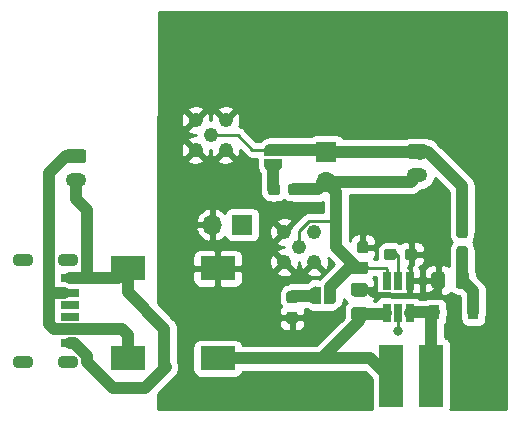
<source format=gtl>
G04 #@! TF.GenerationSoftware,KiCad,Pcbnew,(5.1.5-0)*
G04 #@! TF.CreationDate,2022-02-08T08:58:47-07:00*
G04 #@! TF.ProjectId,TPS61165-heater-v2,54505336-3131-4363-952d-686561746572,rev?*
G04 #@! TF.SameCoordinates,Original*
G04 #@! TF.FileFunction,Copper,L1,Top*
G04 #@! TF.FilePolarity,Positive*
%FSLAX46Y46*%
G04 Gerber Fmt 4.6, Leading zero omitted, Abs format (unit mm)*
G04 Created by KiCad (PCBNEW (5.1.5-0)) date 2022-02-08 08:58:47*
%MOMM*%
%LPD*%
G04 APERTURE LIST*
%ADD10R,3.000000X2.000000*%
%ADD11C,0.100000*%
%ADD12R,0.650000X1.560000*%
%ADD13C,1.240000*%
%ADD14O,1.700000X1.700000*%
%ADD15R,1.700000X1.700000*%
%ADD16R,2.000000X5.300000*%
%ADD17O,1.750000X1.200000*%
%ADD18O,1.800000X1.100000*%
%ADD19R,1.500000X0.800000*%
%ADD20R,1.500000X0.760000*%
%ADD21R,1.500000X0.700000*%
%ADD22R,0.900000X1.200000*%
%ADD23C,0.800000*%
%ADD24C,0.500000*%
%ADD25C,0.250000*%
%ADD26C,1.000000*%
%ADD27C,0.254000*%
G04 APERTURE END LIST*
D10*
X127300000Y-77390000D03*
X127300000Y-85010000D03*
X134900000Y-85010000D03*
X134900000Y-77390000D03*
G04 #@! TA.AperFunction,SMDPad,CuDef*
D11*
G36*
X141460779Y-81051144D02*
G01*
X141483834Y-81054563D01*
X141506443Y-81060227D01*
X141528387Y-81068079D01*
X141549457Y-81078044D01*
X141569448Y-81090026D01*
X141588168Y-81103910D01*
X141605438Y-81119562D01*
X141621090Y-81136832D01*
X141634974Y-81155552D01*
X141646956Y-81175543D01*
X141656921Y-81196613D01*
X141664773Y-81218557D01*
X141670437Y-81241166D01*
X141673856Y-81264221D01*
X141675000Y-81287500D01*
X141675000Y-81862500D01*
X141673856Y-81885779D01*
X141670437Y-81908834D01*
X141664773Y-81931443D01*
X141656921Y-81953387D01*
X141646956Y-81974457D01*
X141634974Y-81994448D01*
X141621090Y-82013168D01*
X141605438Y-82030438D01*
X141588168Y-82046090D01*
X141569448Y-82059974D01*
X141549457Y-82071956D01*
X141528387Y-82081921D01*
X141506443Y-82089773D01*
X141483834Y-82095437D01*
X141460779Y-82098856D01*
X141437500Y-82100000D01*
X140962500Y-82100000D01*
X140939221Y-82098856D01*
X140916166Y-82095437D01*
X140893557Y-82089773D01*
X140871613Y-82081921D01*
X140850543Y-82071956D01*
X140830552Y-82059974D01*
X140811832Y-82046090D01*
X140794562Y-82030438D01*
X140778910Y-82013168D01*
X140765026Y-81994448D01*
X140753044Y-81974457D01*
X140743079Y-81953387D01*
X140735227Y-81931443D01*
X140729563Y-81908834D01*
X140726144Y-81885779D01*
X140725000Y-81862500D01*
X140725000Y-81287500D01*
X140726144Y-81264221D01*
X140729563Y-81241166D01*
X140735227Y-81218557D01*
X140743079Y-81196613D01*
X140753044Y-81175543D01*
X140765026Y-81155552D01*
X140778910Y-81136832D01*
X140794562Y-81119562D01*
X140811832Y-81103910D01*
X140830552Y-81090026D01*
X140850543Y-81078044D01*
X140871613Y-81068079D01*
X140893557Y-81060227D01*
X140916166Y-81054563D01*
X140939221Y-81051144D01*
X140962500Y-81050000D01*
X141437500Y-81050000D01*
X141460779Y-81051144D01*
G37*
G04 #@! TD.AperFunction*
G04 #@! TA.AperFunction,SMDPad,CuDef*
G36*
X141460779Y-79301144D02*
G01*
X141483834Y-79304563D01*
X141506443Y-79310227D01*
X141528387Y-79318079D01*
X141549457Y-79328044D01*
X141569448Y-79340026D01*
X141588168Y-79353910D01*
X141605438Y-79369562D01*
X141621090Y-79386832D01*
X141634974Y-79405552D01*
X141646956Y-79425543D01*
X141656921Y-79446613D01*
X141664773Y-79468557D01*
X141670437Y-79491166D01*
X141673856Y-79514221D01*
X141675000Y-79537500D01*
X141675000Y-80112500D01*
X141673856Y-80135779D01*
X141670437Y-80158834D01*
X141664773Y-80181443D01*
X141656921Y-80203387D01*
X141646956Y-80224457D01*
X141634974Y-80244448D01*
X141621090Y-80263168D01*
X141605438Y-80280438D01*
X141588168Y-80296090D01*
X141569448Y-80309974D01*
X141549457Y-80321956D01*
X141528387Y-80331921D01*
X141506443Y-80339773D01*
X141483834Y-80345437D01*
X141460779Y-80348856D01*
X141437500Y-80350000D01*
X140962500Y-80350000D01*
X140939221Y-80348856D01*
X140916166Y-80345437D01*
X140893557Y-80339773D01*
X140871613Y-80331921D01*
X140850543Y-80321956D01*
X140830552Y-80309974D01*
X140811832Y-80296090D01*
X140794562Y-80280438D01*
X140778910Y-80263168D01*
X140765026Y-80244448D01*
X140753044Y-80224457D01*
X140743079Y-80203387D01*
X140735227Y-80181443D01*
X140729563Y-80158834D01*
X140726144Y-80135779D01*
X140725000Y-80112500D01*
X140725000Y-79537500D01*
X140726144Y-79514221D01*
X140729563Y-79491166D01*
X140735227Y-79468557D01*
X140743079Y-79446613D01*
X140753044Y-79425543D01*
X140765026Y-79405552D01*
X140778910Y-79386832D01*
X140794562Y-79369562D01*
X140811832Y-79353910D01*
X140830552Y-79340026D01*
X140850543Y-79328044D01*
X140871613Y-79318079D01*
X140893557Y-79310227D01*
X140916166Y-79304563D01*
X140939221Y-79301144D01*
X140962500Y-79300000D01*
X141437500Y-79300000D01*
X141460779Y-79301144D01*
G37*
G04 #@! TD.AperFunction*
G04 #@! TA.AperFunction,SMDPad,CuDef*
G36*
X139960779Y-70226144D02*
G01*
X139983834Y-70229563D01*
X140006443Y-70235227D01*
X140028387Y-70243079D01*
X140049457Y-70253044D01*
X140069448Y-70265026D01*
X140088168Y-70278910D01*
X140105438Y-70294562D01*
X140121090Y-70311832D01*
X140134974Y-70330552D01*
X140146956Y-70350543D01*
X140156921Y-70371613D01*
X140164773Y-70393557D01*
X140170437Y-70416166D01*
X140173856Y-70439221D01*
X140175000Y-70462500D01*
X140175000Y-70937500D01*
X140173856Y-70960779D01*
X140170437Y-70983834D01*
X140164773Y-71006443D01*
X140156921Y-71028387D01*
X140146956Y-71049457D01*
X140134974Y-71069448D01*
X140121090Y-71088168D01*
X140105438Y-71105438D01*
X140088168Y-71121090D01*
X140069448Y-71134974D01*
X140049457Y-71146956D01*
X140028387Y-71156921D01*
X140006443Y-71164773D01*
X139983834Y-71170437D01*
X139960779Y-71173856D01*
X139937500Y-71175000D01*
X139362500Y-71175000D01*
X139339221Y-71173856D01*
X139316166Y-71170437D01*
X139293557Y-71164773D01*
X139271613Y-71156921D01*
X139250543Y-71146956D01*
X139230552Y-71134974D01*
X139211832Y-71121090D01*
X139194562Y-71105438D01*
X139178910Y-71088168D01*
X139165026Y-71069448D01*
X139153044Y-71049457D01*
X139143079Y-71028387D01*
X139135227Y-71006443D01*
X139129563Y-70983834D01*
X139126144Y-70960779D01*
X139125000Y-70937500D01*
X139125000Y-70462500D01*
X139126144Y-70439221D01*
X139129563Y-70416166D01*
X139135227Y-70393557D01*
X139143079Y-70371613D01*
X139153044Y-70350543D01*
X139165026Y-70330552D01*
X139178910Y-70311832D01*
X139194562Y-70294562D01*
X139211832Y-70278910D01*
X139230552Y-70265026D01*
X139250543Y-70253044D01*
X139271613Y-70243079D01*
X139293557Y-70235227D01*
X139316166Y-70229563D01*
X139339221Y-70226144D01*
X139362500Y-70225000D01*
X139937500Y-70225000D01*
X139960779Y-70226144D01*
G37*
G04 #@! TD.AperFunction*
G04 #@! TA.AperFunction,SMDPad,CuDef*
G36*
X141710779Y-70226144D02*
G01*
X141733834Y-70229563D01*
X141756443Y-70235227D01*
X141778387Y-70243079D01*
X141799457Y-70253044D01*
X141819448Y-70265026D01*
X141838168Y-70278910D01*
X141855438Y-70294562D01*
X141871090Y-70311832D01*
X141884974Y-70330552D01*
X141896956Y-70350543D01*
X141906921Y-70371613D01*
X141914773Y-70393557D01*
X141920437Y-70416166D01*
X141923856Y-70439221D01*
X141925000Y-70462500D01*
X141925000Y-70937500D01*
X141923856Y-70960779D01*
X141920437Y-70983834D01*
X141914773Y-71006443D01*
X141906921Y-71028387D01*
X141896956Y-71049457D01*
X141884974Y-71069448D01*
X141871090Y-71088168D01*
X141855438Y-71105438D01*
X141838168Y-71121090D01*
X141819448Y-71134974D01*
X141799457Y-71146956D01*
X141778387Y-71156921D01*
X141756443Y-71164773D01*
X141733834Y-71170437D01*
X141710779Y-71173856D01*
X141687500Y-71175000D01*
X141112500Y-71175000D01*
X141089221Y-71173856D01*
X141066166Y-71170437D01*
X141043557Y-71164773D01*
X141021613Y-71156921D01*
X141000543Y-71146956D01*
X140980552Y-71134974D01*
X140961832Y-71121090D01*
X140944562Y-71105438D01*
X140928910Y-71088168D01*
X140915026Y-71069448D01*
X140903044Y-71049457D01*
X140893079Y-71028387D01*
X140885227Y-71006443D01*
X140879563Y-70983834D01*
X140876144Y-70960779D01*
X140875000Y-70937500D01*
X140875000Y-70462500D01*
X140876144Y-70439221D01*
X140879563Y-70416166D01*
X140885227Y-70393557D01*
X140893079Y-70371613D01*
X140903044Y-70350543D01*
X140915026Y-70330552D01*
X140928910Y-70311832D01*
X140944562Y-70294562D01*
X140961832Y-70278910D01*
X140980552Y-70265026D01*
X141000543Y-70253044D01*
X141021613Y-70243079D01*
X141043557Y-70235227D01*
X141066166Y-70229563D01*
X141089221Y-70226144D01*
X141112500Y-70225000D01*
X141687500Y-70225000D01*
X141710779Y-70226144D01*
G37*
G04 #@! TD.AperFunction*
G04 #@! TA.AperFunction,SMDPad,CuDef*
G36*
X140349398Y-68650000D02*
G01*
X140349398Y-68674534D01*
X140344588Y-68723365D01*
X140335016Y-68771490D01*
X140320772Y-68818445D01*
X140301995Y-68863778D01*
X140278864Y-68907051D01*
X140251604Y-68947850D01*
X140220476Y-68985779D01*
X140185779Y-69020476D01*
X140147850Y-69051604D01*
X140107051Y-69078864D01*
X140063778Y-69101995D01*
X140018445Y-69120772D01*
X139971490Y-69135016D01*
X139923365Y-69144588D01*
X139874534Y-69149398D01*
X139850000Y-69149398D01*
X139850000Y-69150000D01*
X139350000Y-69150000D01*
X139350000Y-69149398D01*
X139325466Y-69149398D01*
X139276635Y-69144588D01*
X139228510Y-69135016D01*
X139181555Y-69120772D01*
X139136222Y-69101995D01*
X139092949Y-69078864D01*
X139052150Y-69051604D01*
X139014221Y-69020476D01*
X138979524Y-68985779D01*
X138948396Y-68947850D01*
X138921136Y-68907051D01*
X138898005Y-68863778D01*
X138879228Y-68818445D01*
X138864984Y-68771490D01*
X138855412Y-68723365D01*
X138850602Y-68674534D01*
X138850602Y-68650000D01*
X138850000Y-68650000D01*
X138850000Y-68150000D01*
X140350000Y-68150000D01*
X140350000Y-68650000D01*
X140349398Y-68650000D01*
G37*
G04 #@! TD.AperFunction*
G04 #@! TA.AperFunction,SMDPad,CuDef*
G36*
X138850000Y-67850000D02*
G01*
X138850000Y-67350000D01*
X138850602Y-67350000D01*
X138850602Y-67325466D01*
X138855412Y-67276635D01*
X138864984Y-67228510D01*
X138879228Y-67181555D01*
X138898005Y-67136222D01*
X138921136Y-67092949D01*
X138948396Y-67052150D01*
X138979524Y-67014221D01*
X139014221Y-66979524D01*
X139052150Y-66948396D01*
X139092949Y-66921136D01*
X139136222Y-66898005D01*
X139181555Y-66879228D01*
X139228510Y-66864984D01*
X139276635Y-66855412D01*
X139325466Y-66850602D01*
X139350000Y-66850602D01*
X139350000Y-66850000D01*
X139850000Y-66850000D01*
X139850000Y-66850602D01*
X139874534Y-66850602D01*
X139923365Y-66855412D01*
X139971490Y-66864984D01*
X140018445Y-66879228D01*
X140063778Y-66898005D01*
X140107051Y-66921136D01*
X140147850Y-66948396D01*
X140185779Y-66979524D01*
X140220476Y-67014221D01*
X140251604Y-67052150D01*
X140278864Y-67092949D01*
X140301995Y-67136222D01*
X140320772Y-67181555D01*
X140335016Y-67228510D01*
X140344588Y-67276635D01*
X140349398Y-67325466D01*
X140349398Y-67350000D01*
X140350000Y-67350000D01*
X140350000Y-67850000D01*
X138850000Y-67850000D01*
G37*
G04 #@! TD.AperFunction*
G04 #@! TA.AperFunction,SMDPad,CuDef*
G36*
X143150000Y-80449398D02*
G01*
X143125466Y-80449398D01*
X143076635Y-80444588D01*
X143028510Y-80435016D01*
X142981555Y-80420772D01*
X142936222Y-80401995D01*
X142892949Y-80378864D01*
X142852150Y-80351604D01*
X142814221Y-80320476D01*
X142779524Y-80285779D01*
X142748396Y-80247850D01*
X142721136Y-80207051D01*
X142698005Y-80163778D01*
X142679228Y-80118445D01*
X142664984Y-80071490D01*
X142655412Y-80023365D01*
X142650602Y-79974534D01*
X142650602Y-79950000D01*
X142650000Y-79950000D01*
X142650000Y-79450000D01*
X142650602Y-79450000D01*
X142650602Y-79425466D01*
X142655412Y-79376635D01*
X142664984Y-79328510D01*
X142679228Y-79281555D01*
X142698005Y-79236222D01*
X142721136Y-79192949D01*
X142748396Y-79152150D01*
X142779524Y-79114221D01*
X142814221Y-79079524D01*
X142852150Y-79048396D01*
X142892949Y-79021136D01*
X142936222Y-78998005D01*
X142981555Y-78979228D01*
X143028510Y-78964984D01*
X143076635Y-78955412D01*
X143125466Y-78950602D01*
X143150000Y-78950602D01*
X143150000Y-78950000D01*
X143650000Y-78950000D01*
X143650000Y-80450000D01*
X143150000Y-80450000D01*
X143150000Y-80449398D01*
G37*
G04 #@! TD.AperFunction*
G04 #@! TA.AperFunction,SMDPad,CuDef*
G36*
X143950000Y-78950000D02*
G01*
X144450000Y-78950000D01*
X144450000Y-78950602D01*
X144474534Y-78950602D01*
X144523365Y-78955412D01*
X144571490Y-78964984D01*
X144618445Y-78979228D01*
X144663778Y-78998005D01*
X144707051Y-79021136D01*
X144747850Y-79048396D01*
X144785779Y-79079524D01*
X144820476Y-79114221D01*
X144851604Y-79152150D01*
X144878864Y-79192949D01*
X144901995Y-79236222D01*
X144920772Y-79281555D01*
X144935016Y-79328510D01*
X144944588Y-79376635D01*
X144949398Y-79425466D01*
X144949398Y-79450000D01*
X144950000Y-79450000D01*
X144950000Y-79950000D01*
X144949398Y-79950000D01*
X144949398Y-79974534D01*
X144944588Y-80023365D01*
X144935016Y-80071490D01*
X144920772Y-80118445D01*
X144901995Y-80163778D01*
X144878864Y-80207051D01*
X144851604Y-80247850D01*
X144820476Y-80285779D01*
X144785779Y-80320476D01*
X144747850Y-80351604D01*
X144707051Y-80378864D01*
X144663778Y-80401995D01*
X144618445Y-80420772D01*
X144571490Y-80435016D01*
X144523365Y-80444588D01*
X144474534Y-80449398D01*
X144450000Y-80449398D01*
X144450000Y-80450000D01*
X143950000Y-80450000D01*
X143950000Y-78950000D01*
G37*
G04 #@! TD.AperFunction*
D12*
X150200000Y-78450000D03*
X149250000Y-78450000D03*
X151150000Y-78450000D03*
X151150000Y-81150000D03*
X150200000Y-81150000D03*
X149250000Y-81150000D03*
D13*
X140530000Y-76870000D03*
X143070000Y-74330000D03*
X143070000Y-76870000D03*
X140530000Y-74330000D03*
X141800000Y-75600000D03*
D14*
X134460000Y-73700000D03*
D15*
X137000000Y-73700000D03*
D16*
X153000000Y-86500000D03*
X149600000Y-86500000D03*
G04 #@! TA.AperFunction,SMDPad,CuDef*
D11*
G36*
X155860779Y-75526144D02*
G01*
X155883834Y-75529563D01*
X155906443Y-75535227D01*
X155928387Y-75543079D01*
X155949457Y-75553044D01*
X155969448Y-75565026D01*
X155988168Y-75578910D01*
X156005438Y-75594562D01*
X156021090Y-75611832D01*
X156034974Y-75630552D01*
X156046956Y-75650543D01*
X156056921Y-75671613D01*
X156064773Y-75693557D01*
X156070437Y-75716166D01*
X156073856Y-75739221D01*
X156075000Y-75762500D01*
X156075000Y-76337500D01*
X156073856Y-76360779D01*
X156070437Y-76383834D01*
X156064773Y-76406443D01*
X156056921Y-76428387D01*
X156046956Y-76449457D01*
X156034974Y-76469448D01*
X156021090Y-76488168D01*
X156005438Y-76505438D01*
X155988168Y-76521090D01*
X155969448Y-76534974D01*
X155949457Y-76546956D01*
X155928387Y-76556921D01*
X155906443Y-76564773D01*
X155883834Y-76570437D01*
X155860779Y-76573856D01*
X155837500Y-76575000D01*
X155362500Y-76575000D01*
X155339221Y-76573856D01*
X155316166Y-76570437D01*
X155293557Y-76564773D01*
X155271613Y-76556921D01*
X155250543Y-76546956D01*
X155230552Y-76534974D01*
X155211832Y-76521090D01*
X155194562Y-76505438D01*
X155178910Y-76488168D01*
X155165026Y-76469448D01*
X155153044Y-76449457D01*
X155143079Y-76428387D01*
X155135227Y-76406443D01*
X155129563Y-76383834D01*
X155126144Y-76360779D01*
X155125000Y-76337500D01*
X155125000Y-75762500D01*
X155126144Y-75739221D01*
X155129563Y-75716166D01*
X155135227Y-75693557D01*
X155143079Y-75671613D01*
X155153044Y-75650543D01*
X155165026Y-75630552D01*
X155178910Y-75611832D01*
X155194562Y-75594562D01*
X155211832Y-75578910D01*
X155230552Y-75565026D01*
X155250543Y-75553044D01*
X155271613Y-75543079D01*
X155293557Y-75535227D01*
X155316166Y-75529563D01*
X155339221Y-75526144D01*
X155362500Y-75525000D01*
X155837500Y-75525000D01*
X155860779Y-75526144D01*
G37*
G04 #@! TD.AperFunction*
G04 #@! TA.AperFunction,SMDPad,CuDef*
G36*
X155860779Y-73776144D02*
G01*
X155883834Y-73779563D01*
X155906443Y-73785227D01*
X155928387Y-73793079D01*
X155949457Y-73803044D01*
X155969448Y-73815026D01*
X155988168Y-73828910D01*
X156005438Y-73844562D01*
X156021090Y-73861832D01*
X156034974Y-73880552D01*
X156046956Y-73900543D01*
X156056921Y-73921613D01*
X156064773Y-73943557D01*
X156070437Y-73966166D01*
X156073856Y-73989221D01*
X156075000Y-74012500D01*
X156075000Y-74587500D01*
X156073856Y-74610779D01*
X156070437Y-74633834D01*
X156064773Y-74656443D01*
X156056921Y-74678387D01*
X156046956Y-74699457D01*
X156034974Y-74719448D01*
X156021090Y-74738168D01*
X156005438Y-74755438D01*
X155988168Y-74771090D01*
X155969448Y-74784974D01*
X155949457Y-74796956D01*
X155928387Y-74806921D01*
X155906443Y-74814773D01*
X155883834Y-74820437D01*
X155860779Y-74823856D01*
X155837500Y-74825000D01*
X155362500Y-74825000D01*
X155339221Y-74823856D01*
X155316166Y-74820437D01*
X155293557Y-74814773D01*
X155271613Y-74806921D01*
X155250543Y-74796956D01*
X155230552Y-74784974D01*
X155211832Y-74771090D01*
X155194562Y-74755438D01*
X155178910Y-74738168D01*
X155165026Y-74719448D01*
X155153044Y-74699457D01*
X155143079Y-74678387D01*
X155135227Y-74656443D01*
X155129563Y-74633834D01*
X155126144Y-74610779D01*
X155125000Y-74587500D01*
X155125000Y-74012500D01*
X155126144Y-73989221D01*
X155129563Y-73966166D01*
X155135227Y-73943557D01*
X155143079Y-73921613D01*
X155153044Y-73900543D01*
X155165026Y-73880552D01*
X155178910Y-73861832D01*
X155194562Y-73844562D01*
X155211832Y-73828910D01*
X155230552Y-73815026D01*
X155250543Y-73803044D01*
X155271613Y-73793079D01*
X155293557Y-73785227D01*
X155316166Y-73779563D01*
X155339221Y-73776144D01*
X155362500Y-73775000D01*
X155837500Y-73775000D01*
X155860779Y-73776144D01*
G37*
G04 #@! TD.AperFunction*
G04 #@! TA.AperFunction,SMDPad,CuDef*
G36*
X147460779Y-75076144D02*
G01*
X147483834Y-75079563D01*
X147506443Y-75085227D01*
X147528387Y-75093079D01*
X147549457Y-75103044D01*
X147569448Y-75115026D01*
X147588168Y-75128910D01*
X147605438Y-75144562D01*
X147621090Y-75161832D01*
X147634974Y-75180552D01*
X147646956Y-75200543D01*
X147656921Y-75221613D01*
X147664773Y-75243557D01*
X147670437Y-75266166D01*
X147673856Y-75289221D01*
X147675000Y-75312500D01*
X147675000Y-75887500D01*
X147673856Y-75910779D01*
X147670437Y-75933834D01*
X147664773Y-75956443D01*
X147656921Y-75978387D01*
X147646956Y-75999457D01*
X147634974Y-76019448D01*
X147621090Y-76038168D01*
X147605438Y-76055438D01*
X147588168Y-76071090D01*
X147569448Y-76084974D01*
X147549457Y-76096956D01*
X147528387Y-76106921D01*
X147506443Y-76114773D01*
X147483834Y-76120437D01*
X147460779Y-76123856D01*
X147437500Y-76125000D01*
X146962500Y-76125000D01*
X146939221Y-76123856D01*
X146916166Y-76120437D01*
X146893557Y-76114773D01*
X146871613Y-76106921D01*
X146850543Y-76096956D01*
X146830552Y-76084974D01*
X146811832Y-76071090D01*
X146794562Y-76055438D01*
X146778910Y-76038168D01*
X146765026Y-76019448D01*
X146753044Y-75999457D01*
X146743079Y-75978387D01*
X146735227Y-75956443D01*
X146729563Y-75933834D01*
X146726144Y-75910779D01*
X146725000Y-75887500D01*
X146725000Y-75312500D01*
X146726144Y-75289221D01*
X146729563Y-75266166D01*
X146735227Y-75243557D01*
X146743079Y-75221613D01*
X146753044Y-75200543D01*
X146765026Y-75180552D01*
X146778910Y-75161832D01*
X146794562Y-75144562D01*
X146811832Y-75128910D01*
X146830552Y-75115026D01*
X146850543Y-75103044D01*
X146871613Y-75093079D01*
X146893557Y-75085227D01*
X146916166Y-75079563D01*
X146939221Y-75076144D01*
X146962500Y-75075000D01*
X147437500Y-75075000D01*
X147460779Y-75076144D01*
G37*
G04 #@! TD.AperFunction*
G04 #@! TA.AperFunction,SMDPad,CuDef*
G36*
X147460779Y-76826144D02*
G01*
X147483834Y-76829563D01*
X147506443Y-76835227D01*
X147528387Y-76843079D01*
X147549457Y-76853044D01*
X147569448Y-76865026D01*
X147588168Y-76878910D01*
X147605438Y-76894562D01*
X147621090Y-76911832D01*
X147634974Y-76930552D01*
X147646956Y-76950543D01*
X147656921Y-76971613D01*
X147664773Y-76993557D01*
X147670437Y-77016166D01*
X147673856Y-77039221D01*
X147675000Y-77062500D01*
X147675000Y-77637500D01*
X147673856Y-77660779D01*
X147670437Y-77683834D01*
X147664773Y-77706443D01*
X147656921Y-77728387D01*
X147646956Y-77749457D01*
X147634974Y-77769448D01*
X147621090Y-77788168D01*
X147605438Y-77805438D01*
X147588168Y-77821090D01*
X147569448Y-77834974D01*
X147549457Y-77846956D01*
X147528387Y-77856921D01*
X147506443Y-77864773D01*
X147483834Y-77870437D01*
X147460779Y-77873856D01*
X147437500Y-77875000D01*
X146962500Y-77875000D01*
X146939221Y-77873856D01*
X146916166Y-77870437D01*
X146893557Y-77864773D01*
X146871613Y-77856921D01*
X146850543Y-77846956D01*
X146830552Y-77834974D01*
X146811832Y-77821090D01*
X146794562Y-77805438D01*
X146778910Y-77788168D01*
X146765026Y-77769448D01*
X146753044Y-77749457D01*
X146743079Y-77728387D01*
X146735227Y-77706443D01*
X146729563Y-77683834D01*
X146726144Y-77660779D01*
X146725000Y-77637500D01*
X146725000Y-77062500D01*
X146726144Y-77039221D01*
X146729563Y-77016166D01*
X146735227Y-76993557D01*
X146743079Y-76971613D01*
X146753044Y-76950543D01*
X146765026Y-76930552D01*
X146778910Y-76911832D01*
X146794562Y-76894562D01*
X146811832Y-76878910D01*
X146830552Y-76865026D01*
X146850543Y-76853044D01*
X146871613Y-76843079D01*
X146893557Y-76835227D01*
X146916166Y-76829563D01*
X146939221Y-76826144D01*
X146962500Y-76825000D01*
X147437500Y-76825000D01*
X147460779Y-76826144D01*
G37*
G04 #@! TD.AperFunction*
D13*
X135570000Y-64830000D03*
X133030000Y-67370000D03*
X133030000Y-64830000D03*
X135570000Y-67370000D03*
X134300000Y-66100000D03*
D17*
X151800000Y-69500000D03*
G04 #@! TA.AperFunction,ComponentPad*
D11*
G36*
X152449505Y-66901204D02*
G01*
X152473773Y-66904804D01*
X152497572Y-66910765D01*
X152520671Y-66919030D01*
X152542850Y-66929520D01*
X152563893Y-66942132D01*
X152583599Y-66956747D01*
X152601777Y-66973223D01*
X152618253Y-66991401D01*
X152632868Y-67011107D01*
X152645480Y-67032150D01*
X152655970Y-67054329D01*
X152664235Y-67077428D01*
X152670196Y-67101227D01*
X152673796Y-67125495D01*
X152675000Y-67149999D01*
X152675000Y-67850001D01*
X152673796Y-67874505D01*
X152670196Y-67898773D01*
X152664235Y-67922572D01*
X152655970Y-67945671D01*
X152645480Y-67967850D01*
X152632868Y-67988893D01*
X152618253Y-68008599D01*
X152601777Y-68026777D01*
X152583599Y-68043253D01*
X152563893Y-68057868D01*
X152542850Y-68070480D01*
X152520671Y-68080970D01*
X152497572Y-68089235D01*
X152473773Y-68095196D01*
X152449505Y-68098796D01*
X152425001Y-68100000D01*
X151174999Y-68100000D01*
X151150495Y-68098796D01*
X151126227Y-68095196D01*
X151102428Y-68089235D01*
X151079329Y-68080970D01*
X151057150Y-68070480D01*
X151036107Y-68057868D01*
X151016401Y-68043253D01*
X150998223Y-68026777D01*
X150981747Y-68008599D01*
X150967132Y-67988893D01*
X150954520Y-67967850D01*
X150944030Y-67945671D01*
X150935765Y-67922572D01*
X150929804Y-67898773D01*
X150926204Y-67874505D01*
X150925000Y-67850001D01*
X150925000Y-67149999D01*
X150926204Y-67125495D01*
X150929804Y-67101227D01*
X150935765Y-67077428D01*
X150944030Y-67054329D01*
X150954520Y-67032150D01*
X150967132Y-67011107D01*
X150981747Y-66991401D01*
X150998223Y-66973223D01*
X151016401Y-66956747D01*
X151036107Y-66942132D01*
X151057150Y-66929520D01*
X151079329Y-66919030D01*
X151102428Y-66910765D01*
X151126227Y-66904804D01*
X151150495Y-66901204D01*
X151174999Y-66900000D01*
X152425001Y-66900000D01*
X152449505Y-66901204D01*
G37*
G04 #@! TD.AperFunction*
D14*
X144100000Y-70040000D03*
D15*
X144100000Y-67500000D03*
D17*
X122900000Y-69900000D03*
G04 #@! TA.AperFunction,ComponentPad*
D11*
G36*
X123549505Y-67301204D02*
G01*
X123573773Y-67304804D01*
X123597572Y-67310765D01*
X123620671Y-67319030D01*
X123642850Y-67329520D01*
X123663893Y-67342132D01*
X123683599Y-67356747D01*
X123701777Y-67373223D01*
X123718253Y-67391401D01*
X123732868Y-67411107D01*
X123745480Y-67432150D01*
X123755970Y-67454329D01*
X123764235Y-67477428D01*
X123770196Y-67501227D01*
X123773796Y-67525495D01*
X123775000Y-67549999D01*
X123775000Y-68250001D01*
X123773796Y-68274505D01*
X123770196Y-68298773D01*
X123764235Y-68322572D01*
X123755970Y-68345671D01*
X123745480Y-68367850D01*
X123732868Y-68388893D01*
X123718253Y-68408599D01*
X123701777Y-68426777D01*
X123683599Y-68443253D01*
X123663893Y-68457868D01*
X123642850Y-68470480D01*
X123620671Y-68480970D01*
X123597572Y-68489235D01*
X123573773Y-68495196D01*
X123549505Y-68498796D01*
X123525001Y-68500000D01*
X122274999Y-68500000D01*
X122250495Y-68498796D01*
X122226227Y-68495196D01*
X122202428Y-68489235D01*
X122179329Y-68480970D01*
X122157150Y-68470480D01*
X122136107Y-68457868D01*
X122116401Y-68443253D01*
X122098223Y-68426777D01*
X122081747Y-68408599D01*
X122067132Y-68388893D01*
X122054520Y-68367850D01*
X122044030Y-68345671D01*
X122035765Y-68322572D01*
X122029804Y-68298773D01*
X122026204Y-68274505D01*
X122025000Y-68250001D01*
X122025000Y-67549999D01*
X122026204Y-67525495D01*
X122029804Y-67501227D01*
X122035765Y-67477428D01*
X122044030Y-67454329D01*
X122054520Y-67432150D01*
X122067132Y-67411107D01*
X122081747Y-67391401D01*
X122098223Y-67373223D01*
X122116401Y-67356747D01*
X122136107Y-67342132D01*
X122157150Y-67329520D01*
X122179329Y-67319030D01*
X122202428Y-67310765D01*
X122226227Y-67304804D01*
X122250495Y-67301204D01*
X122274999Y-67300000D01*
X123525001Y-67300000D01*
X123549505Y-67301204D01*
G37*
G04 #@! TD.AperFunction*
D18*
X118425000Y-76680000D03*
X118425000Y-85320000D03*
X122225000Y-76680000D03*
X122225000Y-85320000D03*
D19*
X122375000Y-78250000D03*
D20*
X122375000Y-79480000D03*
D21*
X122375000Y-80500000D03*
X122375000Y-81500000D03*
D20*
X122375000Y-82520000D03*
D19*
X122375000Y-83750000D03*
D22*
X153250000Y-81100000D03*
X156550000Y-81100000D03*
G04 #@! TA.AperFunction,SMDPad,CuDef*
D11*
G36*
X147374505Y-78626204D02*
G01*
X147398773Y-78629804D01*
X147422572Y-78635765D01*
X147445671Y-78644030D01*
X147467850Y-78654520D01*
X147488893Y-78667132D01*
X147508599Y-78681747D01*
X147526777Y-78698223D01*
X147543253Y-78716401D01*
X147557868Y-78736107D01*
X147570480Y-78757150D01*
X147580970Y-78779329D01*
X147589235Y-78802428D01*
X147595196Y-78826227D01*
X147598796Y-78850495D01*
X147600000Y-78874999D01*
X147600000Y-79525001D01*
X147598796Y-79549505D01*
X147595196Y-79573773D01*
X147589235Y-79597572D01*
X147580970Y-79620671D01*
X147570480Y-79642850D01*
X147557868Y-79663893D01*
X147543253Y-79683599D01*
X147526777Y-79701777D01*
X147508599Y-79718253D01*
X147488893Y-79732868D01*
X147467850Y-79745480D01*
X147445671Y-79755970D01*
X147422572Y-79764235D01*
X147398773Y-79770196D01*
X147374505Y-79773796D01*
X147350001Y-79775000D01*
X146449999Y-79775000D01*
X146425495Y-79773796D01*
X146401227Y-79770196D01*
X146377428Y-79764235D01*
X146354329Y-79755970D01*
X146332150Y-79745480D01*
X146311107Y-79732868D01*
X146291401Y-79718253D01*
X146273223Y-79701777D01*
X146256747Y-79683599D01*
X146242132Y-79663893D01*
X146229520Y-79642850D01*
X146219030Y-79620671D01*
X146210765Y-79597572D01*
X146204804Y-79573773D01*
X146201204Y-79549505D01*
X146200000Y-79525001D01*
X146200000Y-78874999D01*
X146201204Y-78850495D01*
X146204804Y-78826227D01*
X146210765Y-78802428D01*
X146219030Y-78779329D01*
X146229520Y-78757150D01*
X146242132Y-78736107D01*
X146256747Y-78716401D01*
X146273223Y-78698223D01*
X146291401Y-78681747D01*
X146311107Y-78667132D01*
X146332150Y-78654520D01*
X146354329Y-78644030D01*
X146377428Y-78635765D01*
X146401227Y-78629804D01*
X146425495Y-78626204D01*
X146449999Y-78625000D01*
X147350001Y-78625000D01*
X147374505Y-78626204D01*
G37*
G04 #@! TD.AperFunction*
G04 #@! TA.AperFunction,SMDPad,CuDef*
G36*
X147374505Y-80676204D02*
G01*
X147398773Y-80679804D01*
X147422572Y-80685765D01*
X147445671Y-80694030D01*
X147467850Y-80704520D01*
X147488893Y-80717132D01*
X147508599Y-80731747D01*
X147526777Y-80748223D01*
X147543253Y-80766401D01*
X147557868Y-80786107D01*
X147570480Y-80807150D01*
X147580970Y-80829329D01*
X147589235Y-80852428D01*
X147595196Y-80876227D01*
X147598796Y-80900495D01*
X147600000Y-80924999D01*
X147600000Y-81575001D01*
X147598796Y-81599505D01*
X147595196Y-81623773D01*
X147589235Y-81647572D01*
X147580970Y-81670671D01*
X147570480Y-81692850D01*
X147557868Y-81713893D01*
X147543253Y-81733599D01*
X147526777Y-81751777D01*
X147508599Y-81768253D01*
X147488893Y-81782868D01*
X147467850Y-81795480D01*
X147445671Y-81805970D01*
X147422572Y-81814235D01*
X147398773Y-81820196D01*
X147374505Y-81823796D01*
X147350001Y-81825000D01*
X146449999Y-81825000D01*
X146425495Y-81823796D01*
X146401227Y-81820196D01*
X146377428Y-81814235D01*
X146354329Y-81805970D01*
X146332150Y-81795480D01*
X146311107Y-81782868D01*
X146291401Y-81768253D01*
X146273223Y-81751777D01*
X146256747Y-81733599D01*
X146242132Y-81713893D01*
X146229520Y-81692850D01*
X146219030Y-81670671D01*
X146210765Y-81647572D01*
X146204804Y-81623773D01*
X146201204Y-81599505D01*
X146200000Y-81575001D01*
X146200000Y-80924999D01*
X146201204Y-80900495D01*
X146204804Y-80876227D01*
X146210765Y-80852428D01*
X146219030Y-80829329D01*
X146229520Y-80807150D01*
X146242132Y-80786107D01*
X146256747Y-80766401D01*
X146273223Y-80748223D01*
X146291401Y-80731747D01*
X146311107Y-80717132D01*
X146332150Y-80704520D01*
X146354329Y-80694030D01*
X146377428Y-80685765D01*
X146401227Y-80679804D01*
X146425495Y-80676204D01*
X146449999Y-80675000D01*
X147350001Y-80675000D01*
X147374505Y-80676204D01*
G37*
G04 #@! TD.AperFunction*
G04 #@! TA.AperFunction,SMDPad,CuDef*
G36*
X153924505Y-77701204D02*
G01*
X153948773Y-77704804D01*
X153972572Y-77710765D01*
X153995671Y-77719030D01*
X154017850Y-77729520D01*
X154038893Y-77742132D01*
X154058599Y-77756747D01*
X154076777Y-77773223D01*
X154093253Y-77791401D01*
X154107868Y-77811107D01*
X154120480Y-77832150D01*
X154130970Y-77854329D01*
X154139235Y-77877428D01*
X154145196Y-77901227D01*
X154148796Y-77925495D01*
X154150000Y-77949999D01*
X154150000Y-78850001D01*
X154148796Y-78874505D01*
X154145196Y-78898773D01*
X154139235Y-78922572D01*
X154130970Y-78945671D01*
X154120480Y-78967850D01*
X154107868Y-78988893D01*
X154093253Y-79008599D01*
X154076777Y-79026777D01*
X154058599Y-79043253D01*
X154038893Y-79057868D01*
X154017850Y-79070480D01*
X153995671Y-79080970D01*
X153972572Y-79089235D01*
X153948773Y-79095196D01*
X153924505Y-79098796D01*
X153900001Y-79100000D01*
X153249999Y-79100000D01*
X153225495Y-79098796D01*
X153201227Y-79095196D01*
X153177428Y-79089235D01*
X153154329Y-79080970D01*
X153132150Y-79070480D01*
X153111107Y-79057868D01*
X153091401Y-79043253D01*
X153073223Y-79026777D01*
X153056747Y-79008599D01*
X153042132Y-78988893D01*
X153029520Y-78967850D01*
X153019030Y-78945671D01*
X153010765Y-78922572D01*
X153004804Y-78898773D01*
X153001204Y-78874505D01*
X153000000Y-78850001D01*
X153000000Y-77949999D01*
X153001204Y-77925495D01*
X153004804Y-77901227D01*
X153010765Y-77877428D01*
X153019030Y-77854329D01*
X153029520Y-77832150D01*
X153042132Y-77811107D01*
X153056747Y-77791401D01*
X153073223Y-77773223D01*
X153091401Y-77756747D01*
X153111107Y-77742132D01*
X153132150Y-77729520D01*
X153154329Y-77719030D01*
X153177428Y-77710765D01*
X153201227Y-77704804D01*
X153225495Y-77701204D01*
X153249999Y-77700000D01*
X153900001Y-77700000D01*
X153924505Y-77701204D01*
G37*
G04 #@! TD.AperFunction*
G04 #@! TA.AperFunction,SMDPad,CuDef*
G36*
X155974505Y-77701204D02*
G01*
X155998773Y-77704804D01*
X156022572Y-77710765D01*
X156045671Y-77719030D01*
X156067850Y-77729520D01*
X156088893Y-77742132D01*
X156108599Y-77756747D01*
X156126777Y-77773223D01*
X156143253Y-77791401D01*
X156157868Y-77811107D01*
X156170480Y-77832150D01*
X156180970Y-77854329D01*
X156189235Y-77877428D01*
X156195196Y-77901227D01*
X156198796Y-77925495D01*
X156200000Y-77949999D01*
X156200000Y-78850001D01*
X156198796Y-78874505D01*
X156195196Y-78898773D01*
X156189235Y-78922572D01*
X156180970Y-78945671D01*
X156170480Y-78967850D01*
X156157868Y-78988893D01*
X156143253Y-79008599D01*
X156126777Y-79026777D01*
X156108599Y-79043253D01*
X156088893Y-79057868D01*
X156067850Y-79070480D01*
X156045671Y-79080970D01*
X156022572Y-79089235D01*
X155998773Y-79095196D01*
X155974505Y-79098796D01*
X155950001Y-79100000D01*
X155299999Y-79100000D01*
X155275495Y-79098796D01*
X155251227Y-79095196D01*
X155227428Y-79089235D01*
X155204329Y-79080970D01*
X155182150Y-79070480D01*
X155161107Y-79057868D01*
X155141401Y-79043253D01*
X155123223Y-79026777D01*
X155106747Y-79008599D01*
X155092132Y-78988893D01*
X155079520Y-78967850D01*
X155069030Y-78945671D01*
X155060765Y-78922572D01*
X155054804Y-78898773D01*
X155051204Y-78874505D01*
X155050000Y-78850001D01*
X155050000Y-77949999D01*
X155051204Y-77925495D01*
X155054804Y-77901227D01*
X155060765Y-77877428D01*
X155069030Y-77854329D01*
X155079520Y-77832150D01*
X155092132Y-77811107D01*
X155106747Y-77791401D01*
X155123223Y-77773223D01*
X155141401Y-77756747D01*
X155161107Y-77742132D01*
X155182150Y-77729520D01*
X155204329Y-77719030D01*
X155227428Y-77710765D01*
X155251227Y-77704804D01*
X155275495Y-77701204D01*
X155299999Y-77700000D01*
X155950001Y-77700000D01*
X155974505Y-77701204D01*
G37*
G04 #@! TD.AperFunction*
G04 #@! TA.AperFunction,SMDPad,CuDef*
G36*
X151585779Y-75726144D02*
G01*
X151608834Y-75729563D01*
X151631443Y-75735227D01*
X151653387Y-75743079D01*
X151674457Y-75753044D01*
X151694448Y-75765026D01*
X151713168Y-75778910D01*
X151730438Y-75794562D01*
X151746090Y-75811832D01*
X151759974Y-75830552D01*
X151771956Y-75850543D01*
X151781921Y-75871613D01*
X151789773Y-75893557D01*
X151795437Y-75916166D01*
X151798856Y-75939221D01*
X151800000Y-75962500D01*
X151800000Y-76437500D01*
X151798856Y-76460779D01*
X151795437Y-76483834D01*
X151789773Y-76506443D01*
X151781921Y-76528387D01*
X151771956Y-76549457D01*
X151759974Y-76569448D01*
X151746090Y-76588168D01*
X151730438Y-76605438D01*
X151713168Y-76621090D01*
X151694448Y-76634974D01*
X151674457Y-76646956D01*
X151653387Y-76656921D01*
X151631443Y-76664773D01*
X151608834Y-76670437D01*
X151585779Y-76673856D01*
X151562500Y-76675000D01*
X150987500Y-76675000D01*
X150964221Y-76673856D01*
X150941166Y-76670437D01*
X150918557Y-76664773D01*
X150896613Y-76656921D01*
X150875543Y-76646956D01*
X150855552Y-76634974D01*
X150836832Y-76621090D01*
X150819562Y-76605438D01*
X150803910Y-76588168D01*
X150790026Y-76569448D01*
X150778044Y-76549457D01*
X150768079Y-76528387D01*
X150760227Y-76506443D01*
X150754563Y-76483834D01*
X150751144Y-76460779D01*
X150750000Y-76437500D01*
X150750000Y-75962500D01*
X150751144Y-75939221D01*
X150754563Y-75916166D01*
X150760227Y-75893557D01*
X150768079Y-75871613D01*
X150778044Y-75850543D01*
X150790026Y-75830552D01*
X150803910Y-75811832D01*
X150819562Y-75794562D01*
X150836832Y-75778910D01*
X150855552Y-75765026D01*
X150875543Y-75753044D01*
X150896613Y-75743079D01*
X150918557Y-75735227D01*
X150941166Y-75729563D01*
X150964221Y-75726144D01*
X150987500Y-75725000D01*
X151562500Y-75725000D01*
X151585779Y-75726144D01*
G37*
G04 #@! TD.AperFunction*
G04 #@! TA.AperFunction,SMDPad,CuDef*
G36*
X149835779Y-75726144D02*
G01*
X149858834Y-75729563D01*
X149881443Y-75735227D01*
X149903387Y-75743079D01*
X149924457Y-75753044D01*
X149944448Y-75765026D01*
X149963168Y-75778910D01*
X149980438Y-75794562D01*
X149996090Y-75811832D01*
X150009974Y-75830552D01*
X150021956Y-75850543D01*
X150031921Y-75871613D01*
X150039773Y-75893557D01*
X150045437Y-75916166D01*
X150048856Y-75939221D01*
X150050000Y-75962500D01*
X150050000Y-76437500D01*
X150048856Y-76460779D01*
X150045437Y-76483834D01*
X150039773Y-76506443D01*
X150031921Y-76528387D01*
X150021956Y-76549457D01*
X150009974Y-76569448D01*
X149996090Y-76588168D01*
X149980438Y-76605438D01*
X149963168Y-76621090D01*
X149944448Y-76634974D01*
X149924457Y-76646956D01*
X149903387Y-76656921D01*
X149881443Y-76664773D01*
X149858834Y-76670437D01*
X149835779Y-76673856D01*
X149812500Y-76675000D01*
X149237500Y-76675000D01*
X149214221Y-76673856D01*
X149191166Y-76670437D01*
X149168557Y-76664773D01*
X149146613Y-76656921D01*
X149125543Y-76646956D01*
X149105552Y-76634974D01*
X149086832Y-76621090D01*
X149069562Y-76605438D01*
X149053910Y-76588168D01*
X149040026Y-76569448D01*
X149028044Y-76549457D01*
X149018079Y-76528387D01*
X149010227Y-76506443D01*
X149004563Y-76483834D01*
X149001144Y-76460779D01*
X149000000Y-76437500D01*
X149000000Y-75962500D01*
X149001144Y-75939221D01*
X149004563Y-75916166D01*
X149010227Y-75893557D01*
X149018079Y-75871613D01*
X149028044Y-75850543D01*
X149040026Y-75830552D01*
X149053910Y-75811832D01*
X149069562Y-75794562D01*
X149086832Y-75778910D01*
X149105552Y-75765026D01*
X149125543Y-75753044D01*
X149146613Y-75743079D01*
X149168557Y-75735227D01*
X149191166Y-75729563D01*
X149214221Y-75726144D01*
X149237500Y-75725000D01*
X149812500Y-75725000D01*
X149835779Y-75726144D01*
G37*
G04 #@! TD.AperFunction*
D23*
X150200000Y-82700000D03*
D24*
X153575000Y-79100000D02*
X153575000Y-78400000D01*
X152994999Y-79680001D02*
X153575000Y-79100000D01*
X147600000Y-79200000D02*
X148080001Y-79680001D01*
X146900000Y-79200000D02*
X147600000Y-79200000D01*
X151150000Y-79415002D02*
X151200000Y-79465002D01*
X151150000Y-78450000D02*
X151150000Y-79415002D01*
X151200000Y-79700000D02*
X152994999Y-79680001D01*
X151200000Y-79465002D02*
X151200000Y-79700000D01*
X148080001Y-79680001D02*
X151200000Y-79700000D01*
D25*
X151150000Y-76325000D02*
X151275000Y-76200000D01*
X151150000Y-78450000D02*
X151150000Y-76325000D01*
X150200000Y-76350000D02*
X150050000Y-76200000D01*
X150050000Y-76200000D02*
X149525000Y-76200000D01*
X150200000Y-78450000D02*
X150200000Y-76350000D01*
D26*
X156550000Y-79325000D02*
X155625000Y-78400000D01*
X156550000Y-81100000D02*
X156550000Y-79325000D01*
X155625000Y-76075000D02*
X155600000Y-76050000D01*
X155625000Y-78400000D02*
X155625000Y-76075000D01*
X149074999Y-81250000D02*
X149174999Y-81150000D01*
X146900000Y-81250000D02*
X149074999Y-81250000D01*
X146900000Y-81825000D02*
X146900000Y-81250000D01*
X143715000Y-85010000D02*
X146900000Y-81825000D01*
X134900000Y-85010000D02*
X143715000Y-85010000D01*
X143715000Y-85010000D02*
X146890000Y-85010000D01*
X149600000Y-86500000D02*
X149300000Y-86500000D01*
X147810000Y-85010000D02*
X146890000Y-85010000D01*
X149300000Y-86500000D02*
X147810000Y-85010000D01*
X151275001Y-81100000D02*
X151225001Y-81150000D01*
X153250000Y-81100000D02*
X151275001Y-81100000D01*
X153000000Y-81350000D02*
X153250000Y-81100000D01*
X153000000Y-86500000D02*
X153000000Y-81350000D01*
D25*
X147675000Y-77350000D02*
X147200000Y-77350000D01*
X149250000Y-77420000D02*
X149180000Y-77350000D01*
X149180000Y-77350000D02*
X147675000Y-77350000D01*
X149250000Y-78450000D02*
X149250000Y-77420000D01*
X142616399Y-73384999D02*
X144480509Y-73384999D01*
X141800000Y-74201398D02*
X142616399Y-73384999D01*
X141800000Y-75600000D02*
X141800000Y-74201398D01*
D26*
X144949999Y-70889999D02*
X144100000Y-70040000D01*
X144949999Y-75574999D02*
X144949999Y-70889999D01*
X146725000Y-77350000D02*
X144949999Y-75574999D01*
X147200000Y-77350000D02*
X146725000Y-77350000D01*
X151260000Y-70040000D02*
X151800000Y-69500000D01*
X144100000Y-70040000D02*
X151260000Y-70040000D01*
X144450000Y-78952408D02*
X144450000Y-79700000D01*
X146052408Y-77350000D02*
X144450000Y-78952408D01*
X147200000Y-77350000D02*
X146052408Y-77350000D01*
X143440000Y-70700000D02*
X144100000Y-70040000D01*
X141400000Y-70700000D02*
X143440000Y-70700000D01*
D25*
X137100000Y-73700000D02*
X137200000Y-73700000D01*
X150200000Y-81150000D02*
X150200000Y-82700000D01*
D26*
X143825000Y-67525000D02*
X143800000Y-67500000D01*
X152000000Y-67700000D02*
X151800000Y-67500000D01*
X151800000Y-67500000D02*
X144100000Y-67500000D01*
D25*
X142900000Y-67500000D02*
X144100000Y-67500000D01*
D26*
X152675000Y-67500000D02*
X151800000Y-67500000D01*
X155600000Y-70425000D02*
X152675000Y-67500000D01*
X155600000Y-74300000D02*
X155600000Y-70425000D01*
X143950000Y-67350000D02*
X139600000Y-67350000D01*
X144100000Y-67500000D02*
X143950000Y-67350000D01*
D25*
X136600000Y-66100000D02*
X134300000Y-66100000D01*
X137850000Y-67350000D02*
X136600000Y-66100000D01*
X139600000Y-67350000D02*
X137850000Y-67350000D01*
D26*
X139600000Y-70650000D02*
X139650000Y-70700000D01*
X139600000Y-68650000D02*
X139600000Y-70650000D01*
D25*
X143150000Y-78952408D02*
X143150000Y-79700000D01*
D26*
X141325000Y-79700000D02*
X141200000Y-79825000D01*
X143150000Y-79700000D02*
X141325000Y-79700000D01*
X123825010Y-72425010D02*
X123825010Y-78174990D01*
X122900000Y-71500000D02*
X123825010Y-72425010D01*
X123800000Y-78200000D02*
X122375000Y-78250000D01*
X123825010Y-78174990D02*
X123800000Y-78200000D01*
X122900000Y-69900000D02*
X122900000Y-71500000D01*
X126440000Y-78250000D02*
X122375000Y-78250000D01*
X127300000Y-77390000D02*
X126440000Y-78250000D01*
X127300000Y-79390000D02*
X130400000Y-82490000D01*
X127300000Y-77390000D02*
X127300000Y-79390000D01*
X130400000Y-85670002D02*
X130500000Y-85770002D01*
X130400000Y-82490000D02*
X130400000Y-85670002D01*
X130500000Y-85770002D02*
X128770002Y-87500000D01*
X122772792Y-83750011D02*
X122375000Y-83750011D01*
X123825010Y-85295012D02*
X123825010Y-84802229D01*
X123825010Y-84802229D02*
X122772792Y-83750011D01*
X126029998Y-87500000D02*
X123825010Y-85295012D01*
X128770002Y-87500000D02*
X126029998Y-87500000D01*
X122025000Y-67900000D02*
X120624990Y-69300010D01*
X120624990Y-69300010D02*
X120624990Y-79289990D01*
X122900000Y-67900000D02*
X122025000Y-67900000D01*
X120784999Y-79449999D02*
X121902409Y-79449999D01*
X120624990Y-79289990D02*
X120784999Y-79449999D01*
X127300000Y-83010000D02*
X127300000Y-85010000D01*
X126840001Y-82550001D02*
X127300000Y-83010000D01*
X121064999Y-82550001D02*
X126840001Y-82550001D01*
X120624990Y-82109992D02*
X121064999Y-82550001D01*
X120624990Y-79289990D02*
X120624990Y-82109992D01*
D27*
G36*
X159340001Y-89340000D02*
G01*
X154605937Y-89340000D01*
X154625812Y-89274482D01*
X154638072Y-89150000D01*
X154638072Y-83850000D01*
X154625812Y-83725518D01*
X154589502Y-83605820D01*
X154530537Y-83495506D01*
X154451185Y-83398815D01*
X154354494Y-83319463D01*
X154244180Y-83260498D01*
X154135000Y-83227379D01*
X154135000Y-82164468D01*
X154151185Y-82151185D01*
X154230537Y-82054494D01*
X154289502Y-81944180D01*
X154325812Y-81824482D01*
X154338072Y-81700000D01*
X154338072Y-81423060D01*
X154368577Y-81322499D01*
X154390491Y-81100000D01*
X154368577Y-80877501D01*
X154338072Y-80776940D01*
X154338072Y-80500000D01*
X154325812Y-80375518D01*
X154289502Y-80255820D01*
X154230537Y-80145506D01*
X154151185Y-80048815D01*
X154054494Y-79969463D01*
X153944180Y-79910498D01*
X153824482Y-79874188D01*
X153700000Y-79861928D01*
X152800000Y-79861928D01*
X152675518Y-79874188D01*
X152555820Y-79910498D01*
X152453856Y-79965000D01*
X151964088Y-79965000D01*
X151926185Y-79918815D01*
X151829494Y-79839463D01*
X151755665Y-79800000D01*
X151829494Y-79760537D01*
X151926185Y-79681185D01*
X152005537Y-79584494D01*
X152064502Y-79474180D01*
X152100812Y-79354482D01*
X152113072Y-79230000D01*
X152112264Y-79100000D01*
X152361928Y-79100000D01*
X152374188Y-79224482D01*
X152410498Y-79344180D01*
X152469463Y-79454494D01*
X152548815Y-79551185D01*
X152645506Y-79630537D01*
X152755820Y-79689502D01*
X152875518Y-79725812D01*
X153000000Y-79738072D01*
X153289250Y-79735000D01*
X153448000Y-79576250D01*
X153448000Y-78527000D01*
X152523750Y-78527000D01*
X152365000Y-78685750D01*
X152361928Y-79100000D01*
X152112264Y-79100000D01*
X152110000Y-78735750D01*
X151951250Y-78577000D01*
X151277000Y-78577000D01*
X151277000Y-78597000D01*
X151163072Y-78597000D01*
X151163072Y-77670000D01*
X151150812Y-77545518D01*
X151114502Y-77425820D01*
X151055537Y-77315506D01*
X151023176Y-77276074D01*
X151105500Y-77193750D01*
X151277000Y-77193750D01*
X151277000Y-78323000D01*
X151951250Y-78323000D01*
X152110000Y-78164250D01*
X152112885Y-77700000D01*
X152361928Y-77700000D01*
X152365000Y-78114250D01*
X152523750Y-78273000D01*
X153448000Y-78273000D01*
X153448000Y-77223750D01*
X153289250Y-77065000D01*
X153000000Y-77061928D01*
X152875518Y-77074188D01*
X152755820Y-77110498D01*
X152645506Y-77169463D01*
X152548815Y-77248815D01*
X152469463Y-77345506D01*
X152410498Y-77455820D01*
X152374188Y-77575518D01*
X152361928Y-77700000D01*
X152112885Y-77700000D01*
X152113072Y-77670000D01*
X152100812Y-77545518D01*
X152064502Y-77425820D01*
X152005537Y-77315506D01*
X151979725Y-77284054D01*
X152044180Y-77264502D01*
X152154494Y-77205537D01*
X152251185Y-77126185D01*
X152330537Y-77029494D01*
X152389502Y-76919180D01*
X152425812Y-76799482D01*
X152438072Y-76675000D01*
X152435000Y-76485750D01*
X152276250Y-76327000D01*
X151402000Y-76327000D01*
X151402000Y-77068750D01*
X151277000Y-77193750D01*
X151105500Y-77193750D01*
X151148000Y-77151250D01*
X151148000Y-76327000D01*
X151128000Y-76327000D01*
X151128000Y-76073000D01*
X151148000Y-76073000D01*
X151148000Y-75248750D01*
X151402000Y-75248750D01*
X151402000Y-76073000D01*
X152276250Y-76073000D01*
X152435000Y-75914250D01*
X152438072Y-75725000D01*
X152425812Y-75600518D01*
X152389502Y-75480820D01*
X152330537Y-75370506D01*
X152251185Y-75273815D01*
X152154494Y-75194463D01*
X152044180Y-75135498D01*
X151924482Y-75099188D01*
X151800000Y-75086928D01*
X151560750Y-75090000D01*
X151402000Y-75248750D01*
X151148000Y-75248750D01*
X150989250Y-75090000D01*
X150750000Y-75086928D01*
X150625518Y-75099188D01*
X150505820Y-75135498D01*
X150395506Y-75194463D01*
X150322839Y-75254099D01*
X150298942Y-75234488D01*
X150147567Y-75153577D01*
X149983316Y-75103752D01*
X149812500Y-75086928D01*
X149237500Y-75086928D01*
X149066684Y-75103752D01*
X148902433Y-75153577D01*
X148751058Y-75234488D01*
X148618377Y-75343377D01*
X148509488Y-75476058D01*
X148428577Y-75627433D01*
X148378752Y-75791684D01*
X148361928Y-75962500D01*
X148361928Y-76437500D01*
X148376948Y-76590000D01*
X148172964Y-76590000D01*
X148165512Y-76576058D01*
X148145901Y-76552161D01*
X148205537Y-76479494D01*
X148264502Y-76369180D01*
X148300812Y-76249482D01*
X148313072Y-76125000D01*
X148310000Y-75885750D01*
X148151250Y-75727000D01*
X147327000Y-75727000D01*
X147327000Y-75747000D01*
X147073000Y-75747000D01*
X147073000Y-75727000D01*
X147053000Y-75727000D01*
X147053000Y-75473000D01*
X147073000Y-75473000D01*
X147073000Y-74598750D01*
X147327000Y-74598750D01*
X147327000Y-75473000D01*
X148151250Y-75473000D01*
X148310000Y-75314250D01*
X148313072Y-75075000D01*
X148300812Y-74950518D01*
X148264502Y-74830820D01*
X148205537Y-74720506D01*
X148126185Y-74623815D01*
X148029494Y-74544463D01*
X147919180Y-74485498D01*
X147799482Y-74449188D01*
X147675000Y-74436928D01*
X147485750Y-74440000D01*
X147327000Y-74598750D01*
X147073000Y-74598750D01*
X146914250Y-74440000D01*
X146725000Y-74436928D01*
X146600518Y-74449188D01*
X146480820Y-74485498D01*
X146370506Y-74544463D01*
X146273815Y-74623815D01*
X146194463Y-74720506D01*
X146135498Y-74830820D01*
X146099188Y-74950518D01*
X146086928Y-75075000D01*
X146087342Y-75107210D01*
X146084999Y-75104868D01*
X146084999Y-71175000D01*
X151204249Y-71175000D01*
X151260000Y-71180491D01*
X151315751Y-71175000D01*
X151315752Y-71175000D01*
X151482499Y-71158577D01*
X151696447Y-71093676D01*
X151893623Y-70988284D01*
X152066449Y-70846449D01*
X152101996Y-70803135D01*
X152173896Y-70731235D01*
X152317102Y-70717130D01*
X152549901Y-70646511D01*
X152764449Y-70531833D01*
X152952502Y-70377502D01*
X153106833Y-70189449D01*
X153221511Y-69974901D01*
X153292130Y-69742102D01*
X153293909Y-69724041D01*
X154465001Y-70895134D01*
X154465000Y-74355751D01*
X154481423Y-74522498D01*
X154486928Y-74540645D01*
X154486928Y-74587500D01*
X154503752Y-74758316D01*
X154553577Y-74922567D01*
X154634488Y-75073942D01*
X154717425Y-75175000D01*
X154634488Y-75276058D01*
X154553577Y-75427433D01*
X154503752Y-75591684D01*
X154486928Y-75762500D01*
X154486928Y-75809355D01*
X154481423Y-75827502D01*
X154459509Y-76050000D01*
X154481423Y-76272498D01*
X154486928Y-76290645D01*
X154486928Y-76337500D01*
X154490001Y-76368699D01*
X154490001Y-77161716D01*
X154394180Y-77110498D01*
X154274482Y-77074188D01*
X154150000Y-77061928D01*
X153860750Y-77065000D01*
X153702000Y-77223750D01*
X153702000Y-78273000D01*
X153722000Y-78273000D01*
X153722000Y-78527000D01*
X153702000Y-78527000D01*
X153702000Y-79576250D01*
X153860750Y-79735000D01*
X154150000Y-79738072D01*
X154274482Y-79725812D01*
X154394180Y-79689502D01*
X154504494Y-79630537D01*
X154601185Y-79551185D01*
X154666658Y-79471406D01*
X154672038Y-79477962D01*
X154806613Y-79588405D01*
X154960149Y-79670472D01*
X155126745Y-79721008D01*
X155299999Y-79738072D01*
X155357940Y-79738072D01*
X155415000Y-79795132D01*
X155415000Y-81155751D01*
X155431423Y-81322498D01*
X155461928Y-81423059D01*
X155461928Y-81700000D01*
X155474188Y-81824482D01*
X155510498Y-81944180D01*
X155569463Y-82054494D01*
X155648815Y-82151185D01*
X155745506Y-82230537D01*
X155855820Y-82289502D01*
X155975518Y-82325812D01*
X156100000Y-82338072D01*
X157000000Y-82338072D01*
X157124482Y-82325812D01*
X157244180Y-82289502D01*
X157354494Y-82230537D01*
X157451185Y-82151185D01*
X157530537Y-82054494D01*
X157589502Y-81944180D01*
X157625812Y-81824482D01*
X157638072Y-81700000D01*
X157638072Y-81423060D01*
X157668577Y-81322499D01*
X157685000Y-81155752D01*
X157685000Y-79380752D01*
X157690491Y-79325000D01*
X157668577Y-79102501D01*
X157603676Y-78888553D01*
X157498284Y-78691377D01*
X157391989Y-78561856D01*
X157391987Y-78561854D01*
X157356449Y-78518551D01*
X157313145Y-78483013D01*
X156838072Y-78007940D01*
X156838072Y-77949999D01*
X156821008Y-77776745D01*
X156770472Y-77610149D01*
X156760000Y-77590557D01*
X156760000Y-76130741D01*
X156765490Y-76074999D01*
X156760000Y-76019258D01*
X156760000Y-76019248D01*
X156743577Y-75852501D01*
X156711532Y-75746864D01*
X156696248Y-75591684D01*
X156646423Y-75427433D01*
X156565512Y-75276058D01*
X156482575Y-75175000D01*
X156565512Y-75073942D01*
X156646423Y-74922567D01*
X156696248Y-74758316D01*
X156713072Y-74587500D01*
X156713072Y-74540646D01*
X156718577Y-74522499D01*
X156735000Y-74355752D01*
X156735000Y-70480752D01*
X156740491Y-70425000D01*
X156718577Y-70202501D01*
X156653676Y-69988553D01*
X156548284Y-69791377D01*
X156441989Y-69661856D01*
X156441987Y-69661854D01*
X156406449Y-69618551D01*
X156363146Y-69583013D01*
X153516996Y-66736865D01*
X153481449Y-66693551D01*
X153308623Y-66551716D01*
X153111447Y-66446324D01*
X152897499Y-66381423D01*
X152853907Y-66377130D01*
X152764851Y-66329528D01*
X152598255Y-66278992D01*
X152425001Y-66261928D01*
X151174999Y-66261928D01*
X151001745Y-66278992D01*
X150835149Y-66329528D01*
X150768786Y-66365000D01*
X145517683Y-66365000D01*
X145480537Y-66295506D01*
X145401185Y-66198815D01*
X145304494Y-66119463D01*
X145194180Y-66060498D01*
X145074482Y-66024188D01*
X144950000Y-66011928D01*
X143250000Y-66011928D01*
X143125518Y-66024188D01*
X143005820Y-66060498D01*
X142895506Y-66119463D01*
X142798815Y-66198815D01*
X142785532Y-66215000D01*
X139905751Y-66215000D01*
X139899009Y-66214336D01*
X139874450Y-66214336D01*
X139850000Y-66211928D01*
X139350000Y-66211928D01*
X139325550Y-66214336D01*
X139300991Y-66214336D01*
X139176510Y-66226596D01*
X139080377Y-66245718D01*
X138960681Y-66282027D01*
X138870125Y-66319536D01*
X138759808Y-66378502D01*
X138678309Y-66432958D01*
X138581618Y-66512310D01*
X138512310Y-66581618D01*
X138505431Y-66590000D01*
X138164802Y-66590000D01*
X137163804Y-65589003D01*
X137140001Y-65559999D01*
X137024276Y-65465026D01*
X136892247Y-65394454D01*
X136748986Y-65350997D01*
X136713355Y-65347488D01*
X136762582Y-65239942D01*
X136819642Y-64999404D01*
X136828680Y-64752355D01*
X136789347Y-64508291D01*
X136703156Y-64276590D01*
X136659691Y-64195274D01*
X136434072Y-64145533D01*
X135749605Y-64830000D01*
X135763748Y-64844143D01*
X135584143Y-65023748D01*
X135570000Y-65009605D01*
X135555858Y-65023748D01*
X135376253Y-64844143D01*
X135390395Y-64830000D01*
X134705928Y-64145533D01*
X134480309Y-64195274D01*
X134377418Y-64420058D01*
X134320358Y-64660596D01*
X134313612Y-64845000D01*
X134285291Y-64845000D01*
X134288680Y-64752355D01*
X134249347Y-64508291D01*
X134163156Y-64276590D01*
X134119691Y-64195274D01*
X133894072Y-64145533D01*
X133209605Y-64830000D01*
X133223748Y-64844143D01*
X133044143Y-65023748D01*
X133030000Y-65009605D01*
X132345533Y-65694072D01*
X132395274Y-65919691D01*
X132620058Y-66022582D01*
X132860596Y-66079642D01*
X133045000Y-66086388D01*
X133045000Y-66114709D01*
X132952355Y-66111320D01*
X132708291Y-66150653D01*
X132476590Y-66236844D01*
X132395274Y-66280309D01*
X132345533Y-66505928D01*
X133030000Y-67190395D01*
X133044143Y-67176253D01*
X133223748Y-67355858D01*
X133209605Y-67370000D01*
X133894072Y-68054467D01*
X134119691Y-68004726D01*
X134222582Y-67779942D01*
X134279642Y-67539404D01*
X134286388Y-67355000D01*
X134314709Y-67355000D01*
X134311320Y-67447645D01*
X134350653Y-67691709D01*
X134436844Y-67923410D01*
X134480309Y-68004726D01*
X134705928Y-68054467D01*
X135390395Y-67370000D01*
X135376253Y-67355858D01*
X135555858Y-67176253D01*
X135570000Y-67190395D01*
X135584143Y-67176253D01*
X135763748Y-67355858D01*
X135749605Y-67370000D01*
X136434072Y-68054467D01*
X136659691Y-68004726D01*
X136762582Y-67779942D01*
X136819642Y-67539404D01*
X136824758Y-67399560D01*
X137286201Y-67861003D01*
X137309999Y-67890001D01*
X137338997Y-67913799D01*
X137425723Y-67984974D01*
X137501575Y-68025518D01*
X137557753Y-68055546D01*
X137701014Y-68099003D01*
X137812667Y-68110000D01*
X137812677Y-68110000D01*
X137850000Y-68113676D01*
X137887323Y-68110000D01*
X138215868Y-68110000D01*
X138211928Y-68150000D01*
X138211928Y-68650000D01*
X138214336Y-68674450D01*
X138214336Y-68699009D01*
X138226596Y-68823490D01*
X138245718Y-68919623D01*
X138282027Y-69039319D01*
X138319536Y-69129875D01*
X138378502Y-69240192D01*
X138432958Y-69321691D01*
X138465000Y-69360735D01*
X138465001Y-70594239D01*
X138459509Y-70650000D01*
X138481423Y-70872498D01*
X138486928Y-70890645D01*
X138486928Y-70937500D01*
X138503752Y-71108316D01*
X138553577Y-71272567D01*
X138634488Y-71423942D01*
X138743377Y-71556623D01*
X138876058Y-71665512D01*
X139027433Y-71746423D01*
X139191684Y-71796248D01*
X139362500Y-71813072D01*
X139409355Y-71813072D01*
X139427502Y-71818577D01*
X139650000Y-71840491D01*
X139872499Y-71818577D01*
X139890646Y-71813072D01*
X139937500Y-71813072D01*
X140108316Y-71796248D01*
X140272567Y-71746423D01*
X140423942Y-71665512D01*
X140525000Y-71582575D01*
X140626058Y-71665512D01*
X140777433Y-71746423D01*
X140941684Y-71796248D01*
X141112500Y-71813072D01*
X141159354Y-71813072D01*
X141177501Y-71818577D01*
X141344248Y-71835000D01*
X143384249Y-71835000D01*
X143440000Y-71840491D01*
X143495751Y-71835000D01*
X143495752Y-71835000D01*
X143662499Y-71818577D01*
X143815000Y-71772316D01*
X143815000Y-72624999D01*
X142653732Y-72624999D01*
X142616399Y-72621322D01*
X142579066Y-72624999D01*
X142467413Y-72635996D01*
X142324152Y-72679453D01*
X142192123Y-72750025D01*
X142076398Y-72844998D01*
X142052600Y-72873997D01*
X141288998Y-73637599D01*
X141260000Y-73661397D01*
X141236202Y-73690395D01*
X141236201Y-73690396D01*
X141165026Y-73777122D01*
X141094454Y-73909152D01*
X141078780Y-73960825D01*
X140709605Y-74330000D01*
X140723748Y-74344143D01*
X140544143Y-74523748D01*
X140530000Y-74509605D01*
X139845533Y-75194072D01*
X139895274Y-75419691D01*
X140120058Y-75522582D01*
X140360596Y-75579642D01*
X140545000Y-75586388D01*
X140545000Y-75614709D01*
X140452355Y-75611320D01*
X140208291Y-75650653D01*
X139976590Y-75736844D01*
X139895274Y-75780309D01*
X139845533Y-76005928D01*
X140530000Y-76690395D01*
X140544143Y-76676253D01*
X140723748Y-76855858D01*
X140709605Y-76870000D01*
X141394072Y-77554467D01*
X141619691Y-77504726D01*
X141722582Y-77279942D01*
X141779642Y-77039404D01*
X141786388Y-76855000D01*
X141814709Y-76855000D01*
X141811320Y-76947645D01*
X141850653Y-77191709D01*
X141936844Y-77423410D01*
X141980309Y-77504726D01*
X142205928Y-77554467D01*
X142890395Y-76870000D01*
X142876253Y-76855858D01*
X143055858Y-76676253D01*
X143070000Y-76690395D01*
X143084143Y-76676253D01*
X143263748Y-76855858D01*
X143249605Y-76870000D01*
X143934072Y-77554467D01*
X144159691Y-77504726D01*
X144262582Y-77279942D01*
X144319642Y-77039404D01*
X144328680Y-76792355D01*
X144289347Y-76548291D01*
X144272280Y-76502411D01*
X144783572Y-77013704D01*
X143686865Y-78110412D01*
X143643551Y-78145959D01*
X143524611Y-78290888D01*
X143442246Y-78246862D01*
X143298985Y-78203405D01*
X143150000Y-78188731D01*
X143001014Y-78203405D01*
X142857753Y-78246862D01*
X142725724Y-78317434D01*
X142609999Y-78412407D01*
X142550838Y-78484496D01*
X142478309Y-78532958D01*
X142439266Y-78565000D01*
X141380752Y-78565000D01*
X141325000Y-78559509D01*
X141269249Y-78565000D01*
X141269248Y-78565000D01*
X141102501Y-78581423D01*
X140888553Y-78646324D01*
X140836061Y-78674381D01*
X140791684Y-78678752D01*
X140627433Y-78728577D01*
X140476058Y-78809488D01*
X140343377Y-78918377D01*
X140234488Y-79051058D01*
X140153577Y-79202433D01*
X140103752Y-79366684D01*
X140086928Y-79537500D01*
X140086928Y-79584355D01*
X140081423Y-79602502D01*
X140059509Y-79825000D01*
X140081423Y-80047498D01*
X140086928Y-80065645D01*
X140086928Y-80112500D01*
X140103752Y-80283316D01*
X140153577Y-80447567D01*
X140234488Y-80598942D01*
X140254099Y-80622839D01*
X140194463Y-80695506D01*
X140135498Y-80805820D01*
X140099188Y-80925518D01*
X140086928Y-81050000D01*
X140090000Y-81289250D01*
X140248750Y-81448000D01*
X141073000Y-81448000D01*
X141073000Y-81428000D01*
X141327000Y-81428000D01*
X141327000Y-81448000D01*
X142151250Y-81448000D01*
X142310000Y-81289250D01*
X142313072Y-81050000D01*
X142300812Y-80925518D01*
X142273354Y-80835000D01*
X142439266Y-80835000D01*
X142478309Y-80867042D01*
X142559808Y-80921498D01*
X142670125Y-80980464D01*
X142760681Y-81017973D01*
X142880377Y-81054282D01*
X142976510Y-81073404D01*
X143100991Y-81085664D01*
X143125550Y-81085664D01*
X143150000Y-81088072D01*
X143650000Y-81088072D01*
X143774482Y-81075812D01*
X143800000Y-81068071D01*
X143825518Y-81075812D01*
X143950000Y-81088072D01*
X144450000Y-81088072D01*
X144474450Y-81085664D01*
X144499009Y-81085664D01*
X144623490Y-81073404D01*
X144719623Y-81054282D01*
X144839319Y-81017973D01*
X144929875Y-80980464D01*
X145040192Y-80921498D01*
X145121691Y-80867042D01*
X145218382Y-80787690D01*
X145287690Y-80718382D01*
X145367042Y-80621691D01*
X145421498Y-80540192D01*
X145480464Y-80429875D01*
X145517973Y-80339319D01*
X145554282Y-80219623D01*
X145573404Y-80123490D01*
X145585664Y-79999009D01*
X145585664Y-79974450D01*
X145588072Y-79950000D01*
X145588072Y-79945251D01*
X145610498Y-80019180D01*
X145669463Y-80129494D01*
X145748815Y-80226185D01*
X145828594Y-80291658D01*
X145822038Y-80297038D01*
X145711595Y-80431613D01*
X145629528Y-80585149D01*
X145578992Y-80751745D01*
X145561928Y-80924999D01*
X145561928Y-81557940D01*
X143244869Y-83875000D01*
X137022621Y-83875000D01*
X136989502Y-83765820D01*
X136930537Y-83655506D01*
X136851185Y-83558815D01*
X136754494Y-83479463D01*
X136644180Y-83420498D01*
X136524482Y-83384188D01*
X136400000Y-83371928D01*
X133400000Y-83371928D01*
X133275518Y-83384188D01*
X133155820Y-83420498D01*
X133045506Y-83479463D01*
X132948815Y-83558815D01*
X132869463Y-83655506D01*
X132810498Y-83765820D01*
X132774188Y-83885518D01*
X132761928Y-84010000D01*
X132761928Y-86010000D01*
X132774188Y-86134482D01*
X132810498Y-86254180D01*
X132869463Y-86364494D01*
X132948815Y-86461185D01*
X133045506Y-86540537D01*
X133155820Y-86599502D01*
X133275518Y-86635812D01*
X133400000Y-86648072D01*
X136400000Y-86648072D01*
X136524482Y-86635812D01*
X136644180Y-86599502D01*
X136754494Y-86540537D01*
X136851185Y-86461185D01*
X136930537Y-86364494D01*
X136989502Y-86254180D01*
X137022621Y-86145000D01*
X143659249Y-86145000D01*
X143715000Y-86150491D01*
X143770751Y-86145000D01*
X147339869Y-86145000D01*
X147961928Y-86767060D01*
X147961928Y-89150000D01*
X147974188Y-89274482D01*
X147994063Y-89340000D01*
X129834142Y-89340000D01*
X129837394Y-88037740D01*
X131263156Y-86611979D01*
X131306448Y-86576450D01*
X131341977Y-86533158D01*
X131341989Y-86533146D01*
X131448284Y-86403625D01*
X131553676Y-86206449D01*
X131618577Y-85992501D01*
X131640491Y-85770002D01*
X131618577Y-85547503D01*
X131553676Y-85333555D01*
X131535000Y-85298614D01*
X131535000Y-82545751D01*
X131540491Y-82489999D01*
X131518577Y-82267501D01*
X131467766Y-82100000D01*
X140086928Y-82100000D01*
X140099188Y-82224482D01*
X140135498Y-82344180D01*
X140194463Y-82454494D01*
X140273815Y-82551185D01*
X140370506Y-82630537D01*
X140480820Y-82689502D01*
X140600518Y-82725812D01*
X140725000Y-82738072D01*
X140914250Y-82735000D01*
X141073000Y-82576250D01*
X141073000Y-81702000D01*
X141327000Y-81702000D01*
X141327000Y-82576250D01*
X141485750Y-82735000D01*
X141675000Y-82738072D01*
X141799482Y-82725812D01*
X141919180Y-82689502D01*
X142029494Y-82630537D01*
X142126185Y-82551185D01*
X142205537Y-82454494D01*
X142264502Y-82344180D01*
X142300812Y-82224482D01*
X142313072Y-82100000D01*
X142310000Y-81860750D01*
X142151250Y-81702000D01*
X141327000Y-81702000D01*
X141073000Y-81702000D01*
X140248750Y-81702000D01*
X140090000Y-81860750D01*
X140086928Y-82100000D01*
X131467766Y-82100000D01*
X131453676Y-82053553D01*
X131416297Y-81983622D01*
X131348284Y-81856377D01*
X131206449Y-81683551D01*
X131163141Y-81648009D01*
X129856610Y-80341479D01*
X129861482Y-78390000D01*
X132761928Y-78390000D01*
X132774188Y-78514482D01*
X132810498Y-78634180D01*
X132869463Y-78744494D01*
X132948815Y-78841185D01*
X133045506Y-78920537D01*
X133155820Y-78979502D01*
X133275518Y-79015812D01*
X133400000Y-79028072D01*
X134614250Y-79025000D01*
X134773000Y-78866250D01*
X134773000Y-77517000D01*
X135027000Y-77517000D01*
X135027000Y-78866250D01*
X135185750Y-79025000D01*
X136400000Y-79028072D01*
X136524482Y-79015812D01*
X136644180Y-78979502D01*
X136754494Y-78920537D01*
X136851185Y-78841185D01*
X136930537Y-78744494D01*
X136989502Y-78634180D01*
X137025812Y-78514482D01*
X137038072Y-78390000D01*
X137035251Y-77734072D01*
X139845533Y-77734072D01*
X139895274Y-77959691D01*
X140120058Y-78062582D01*
X140360596Y-78119642D01*
X140607645Y-78128680D01*
X140851709Y-78089347D01*
X141083410Y-78003156D01*
X141164726Y-77959691D01*
X141214467Y-77734072D01*
X142385533Y-77734072D01*
X142435274Y-77959691D01*
X142660058Y-78062582D01*
X142900596Y-78119642D01*
X143147645Y-78128680D01*
X143391709Y-78089347D01*
X143623410Y-78003156D01*
X143704726Y-77959691D01*
X143754467Y-77734072D01*
X143070000Y-77049605D01*
X142385533Y-77734072D01*
X141214467Y-77734072D01*
X140530000Y-77049605D01*
X139845533Y-77734072D01*
X137035251Y-77734072D01*
X137035000Y-77675750D01*
X136876250Y-77517000D01*
X135027000Y-77517000D01*
X134773000Y-77517000D01*
X132923750Y-77517000D01*
X132765000Y-77675750D01*
X132761928Y-78390000D01*
X129861482Y-78390000D01*
X129866475Y-76390000D01*
X132761928Y-76390000D01*
X132765000Y-77104250D01*
X132923750Y-77263000D01*
X134773000Y-77263000D01*
X134773000Y-75913750D01*
X135027000Y-75913750D01*
X135027000Y-77263000D01*
X136876250Y-77263000D01*
X137035000Y-77104250D01*
X137035673Y-76947645D01*
X139271320Y-76947645D01*
X139310653Y-77191709D01*
X139396844Y-77423410D01*
X139440309Y-77504726D01*
X139665928Y-77554467D01*
X140350395Y-76870000D01*
X139665928Y-76185533D01*
X139440309Y-76235274D01*
X139337418Y-76460058D01*
X139280358Y-76700596D01*
X139271320Y-76947645D01*
X137035673Y-76947645D01*
X137038072Y-76390000D01*
X137025812Y-76265518D01*
X136989502Y-76145820D01*
X136930537Y-76035506D01*
X136851185Y-75938815D01*
X136754494Y-75859463D01*
X136644180Y-75800498D01*
X136524482Y-75764188D01*
X136400000Y-75751928D01*
X135185750Y-75755000D01*
X135027000Y-75913750D01*
X134773000Y-75913750D01*
X134614250Y-75755000D01*
X133400000Y-75751928D01*
X133275518Y-75764188D01*
X133155820Y-75800498D01*
X133045506Y-75859463D01*
X132948815Y-75938815D01*
X132869463Y-76035506D01*
X132810498Y-76145820D01*
X132774188Y-76265518D01*
X132761928Y-76390000D01*
X129866475Y-76390000D01*
X129872300Y-74056891D01*
X133018519Y-74056891D01*
X133115843Y-74331252D01*
X133264822Y-74581355D01*
X133459731Y-74797588D01*
X133693080Y-74971641D01*
X133955901Y-75096825D01*
X134103110Y-75141476D01*
X134333000Y-75020155D01*
X134333000Y-73827000D01*
X133139186Y-73827000D01*
X133018519Y-74056891D01*
X129872300Y-74056891D01*
X129874082Y-73343109D01*
X133018519Y-73343109D01*
X133139186Y-73573000D01*
X134333000Y-73573000D01*
X134333000Y-72379845D01*
X134587000Y-72379845D01*
X134587000Y-73573000D01*
X134607000Y-73573000D01*
X134607000Y-73827000D01*
X134587000Y-73827000D01*
X134587000Y-75020155D01*
X134816890Y-75141476D01*
X134964099Y-75096825D01*
X135226920Y-74971641D01*
X135460269Y-74797588D01*
X135536034Y-74713534D01*
X135560498Y-74794180D01*
X135619463Y-74904494D01*
X135698815Y-75001185D01*
X135795506Y-75080537D01*
X135905820Y-75139502D01*
X136025518Y-75175812D01*
X136150000Y-75188072D01*
X137850000Y-75188072D01*
X137974482Y-75175812D01*
X138094180Y-75139502D01*
X138204494Y-75080537D01*
X138301185Y-75001185D01*
X138380537Y-74904494D01*
X138439502Y-74794180D01*
X138475812Y-74674482D01*
X138488072Y-74550000D01*
X138488072Y-74407645D01*
X139271320Y-74407645D01*
X139310653Y-74651709D01*
X139396844Y-74883410D01*
X139440309Y-74964726D01*
X139665928Y-75014467D01*
X140350395Y-74330000D01*
X139665928Y-73645533D01*
X139440309Y-73695274D01*
X139337418Y-73920058D01*
X139280358Y-74160596D01*
X139271320Y-74407645D01*
X138488072Y-74407645D01*
X138488072Y-73465928D01*
X139845533Y-73465928D01*
X140530000Y-74150395D01*
X141214467Y-73465928D01*
X141164726Y-73240309D01*
X140939942Y-73137418D01*
X140699404Y-73080358D01*
X140452355Y-73071320D01*
X140208291Y-73110653D01*
X139976590Y-73196844D01*
X139895274Y-73240309D01*
X139845533Y-73465928D01*
X138488072Y-73465928D01*
X138488072Y-72850000D01*
X138475812Y-72725518D01*
X138439502Y-72605820D01*
X138380537Y-72495506D01*
X138301185Y-72398815D01*
X138204494Y-72319463D01*
X138094180Y-72260498D01*
X137974482Y-72224188D01*
X137850000Y-72211928D01*
X136150000Y-72211928D01*
X136025518Y-72224188D01*
X135905820Y-72260498D01*
X135795506Y-72319463D01*
X135698815Y-72398815D01*
X135619463Y-72495506D01*
X135560498Y-72605820D01*
X135536034Y-72686466D01*
X135460269Y-72602412D01*
X135226920Y-72428359D01*
X134964099Y-72303175D01*
X134816890Y-72258524D01*
X134587000Y-72379845D01*
X134333000Y-72379845D01*
X134103110Y-72258524D01*
X133955901Y-72303175D01*
X133693080Y-72428359D01*
X133459731Y-72602412D01*
X133264822Y-72818645D01*
X133115843Y-73068748D01*
X133018519Y-73343109D01*
X129874082Y-73343109D01*
X129886840Y-68234072D01*
X132345533Y-68234072D01*
X132395274Y-68459691D01*
X132620058Y-68562582D01*
X132860596Y-68619642D01*
X133107645Y-68628680D01*
X133351709Y-68589347D01*
X133583410Y-68503156D01*
X133664726Y-68459691D01*
X133714467Y-68234072D01*
X134885533Y-68234072D01*
X134935274Y-68459691D01*
X135160058Y-68562582D01*
X135400596Y-68619642D01*
X135647645Y-68628680D01*
X135891709Y-68589347D01*
X136123410Y-68503156D01*
X136204726Y-68459691D01*
X136254467Y-68234072D01*
X135570000Y-67549605D01*
X134885533Y-68234072D01*
X133714467Y-68234072D01*
X133030000Y-67549605D01*
X132345533Y-68234072D01*
X129886840Y-68234072D01*
X129888804Y-67447645D01*
X131771320Y-67447645D01*
X131810653Y-67691709D01*
X131896844Y-67923410D01*
X131940309Y-68004726D01*
X132165928Y-68054467D01*
X132850395Y-67370000D01*
X132165928Y-66685533D01*
X131940309Y-66735274D01*
X131837418Y-66960058D01*
X131780358Y-67200596D01*
X131771320Y-67447645D01*
X129888804Y-67447645D01*
X129895146Y-64907645D01*
X131771320Y-64907645D01*
X131810653Y-65151709D01*
X131896844Y-65383410D01*
X131940309Y-65464726D01*
X132165928Y-65514467D01*
X132850395Y-64830000D01*
X132165928Y-64145533D01*
X131940309Y-64195274D01*
X131837418Y-64420058D01*
X131780358Y-64660596D01*
X131771320Y-64907645D01*
X129895146Y-64907645D01*
X129897497Y-63965928D01*
X132345533Y-63965928D01*
X133030000Y-64650395D01*
X133714467Y-63965928D01*
X134885533Y-63965928D01*
X135570000Y-64650395D01*
X136254467Y-63965928D01*
X136204726Y-63740309D01*
X135979942Y-63637418D01*
X135739404Y-63580358D01*
X135492355Y-63571320D01*
X135248291Y-63610653D01*
X135016590Y-63696844D01*
X134935274Y-63740309D01*
X134885533Y-63965928D01*
X133714467Y-63965928D01*
X133664726Y-63740309D01*
X133439942Y-63637418D01*
X133199404Y-63580358D01*
X132952355Y-63571320D01*
X132708291Y-63610653D01*
X132476590Y-63696844D01*
X132395274Y-63740309D01*
X132345533Y-63965928D01*
X129897497Y-63965928D01*
X129918237Y-55660000D01*
X159340000Y-55660000D01*
X159340001Y-89340000D01*
G37*
X159340001Y-89340000D02*
X154605937Y-89340000D01*
X154625812Y-89274482D01*
X154638072Y-89150000D01*
X154638072Y-83850000D01*
X154625812Y-83725518D01*
X154589502Y-83605820D01*
X154530537Y-83495506D01*
X154451185Y-83398815D01*
X154354494Y-83319463D01*
X154244180Y-83260498D01*
X154135000Y-83227379D01*
X154135000Y-82164468D01*
X154151185Y-82151185D01*
X154230537Y-82054494D01*
X154289502Y-81944180D01*
X154325812Y-81824482D01*
X154338072Y-81700000D01*
X154338072Y-81423060D01*
X154368577Y-81322499D01*
X154390491Y-81100000D01*
X154368577Y-80877501D01*
X154338072Y-80776940D01*
X154338072Y-80500000D01*
X154325812Y-80375518D01*
X154289502Y-80255820D01*
X154230537Y-80145506D01*
X154151185Y-80048815D01*
X154054494Y-79969463D01*
X153944180Y-79910498D01*
X153824482Y-79874188D01*
X153700000Y-79861928D01*
X152800000Y-79861928D01*
X152675518Y-79874188D01*
X152555820Y-79910498D01*
X152453856Y-79965000D01*
X151964088Y-79965000D01*
X151926185Y-79918815D01*
X151829494Y-79839463D01*
X151755665Y-79800000D01*
X151829494Y-79760537D01*
X151926185Y-79681185D01*
X152005537Y-79584494D01*
X152064502Y-79474180D01*
X152100812Y-79354482D01*
X152113072Y-79230000D01*
X152112264Y-79100000D01*
X152361928Y-79100000D01*
X152374188Y-79224482D01*
X152410498Y-79344180D01*
X152469463Y-79454494D01*
X152548815Y-79551185D01*
X152645506Y-79630537D01*
X152755820Y-79689502D01*
X152875518Y-79725812D01*
X153000000Y-79738072D01*
X153289250Y-79735000D01*
X153448000Y-79576250D01*
X153448000Y-78527000D01*
X152523750Y-78527000D01*
X152365000Y-78685750D01*
X152361928Y-79100000D01*
X152112264Y-79100000D01*
X152110000Y-78735750D01*
X151951250Y-78577000D01*
X151277000Y-78577000D01*
X151277000Y-78597000D01*
X151163072Y-78597000D01*
X151163072Y-77670000D01*
X151150812Y-77545518D01*
X151114502Y-77425820D01*
X151055537Y-77315506D01*
X151023176Y-77276074D01*
X151105500Y-77193750D01*
X151277000Y-77193750D01*
X151277000Y-78323000D01*
X151951250Y-78323000D01*
X152110000Y-78164250D01*
X152112885Y-77700000D01*
X152361928Y-77700000D01*
X152365000Y-78114250D01*
X152523750Y-78273000D01*
X153448000Y-78273000D01*
X153448000Y-77223750D01*
X153289250Y-77065000D01*
X153000000Y-77061928D01*
X152875518Y-77074188D01*
X152755820Y-77110498D01*
X152645506Y-77169463D01*
X152548815Y-77248815D01*
X152469463Y-77345506D01*
X152410498Y-77455820D01*
X152374188Y-77575518D01*
X152361928Y-77700000D01*
X152112885Y-77700000D01*
X152113072Y-77670000D01*
X152100812Y-77545518D01*
X152064502Y-77425820D01*
X152005537Y-77315506D01*
X151979725Y-77284054D01*
X152044180Y-77264502D01*
X152154494Y-77205537D01*
X152251185Y-77126185D01*
X152330537Y-77029494D01*
X152389502Y-76919180D01*
X152425812Y-76799482D01*
X152438072Y-76675000D01*
X152435000Y-76485750D01*
X152276250Y-76327000D01*
X151402000Y-76327000D01*
X151402000Y-77068750D01*
X151277000Y-77193750D01*
X151105500Y-77193750D01*
X151148000Y-77151250D01*
X151148000Y-76327000D01*
X151128000Y-76327000D01*
X151128000Y-76073000D01*
X151148000Y-76073000D01*
X151148000Y-75248750D01*
X151402000Y-75248750D01*
X151402000Y-76073000D01*
X152276250Y-76073000D01*
X152435000Y-75914250D01*
X152438072Y-75725000D01*
X152425812Y-75600518D01*
X152389502Y-75480820D01*
X152330537Y-75370506D01*
X152251185Y-75273815D01*
X152154494Y-75194463D01*
X152044180Y-75135498D01*
X151924482Y-75099188D01*
X151800000Y-75086928D01*
X151560750Y-75090000D01*
X151402000Y-75248750D01*
X151148000Y-75248750D01*
X150989250Y-75090000D01*
X150750000Y-75086928D01*
X150625518Y-75099188D01*
X150505820Y-75135498D01*
X150395506Y-75194463D01*
X150322839Y-75254099D01*
X150298942Y-75234488D01*
X150147567Y-75153577D01*
X149983316Y-75103752D01*
X149812500Y-75086928D01*
X149237500Y-75086928D01*
X149066684Y-75103752D01*
X148902433Y-75153577D01*
X148751058Y-75234488D01*
X148618377Y-75343377D01*
X148509488Y-75476058D01*
X148428577Y-75627433D01*
X148378752Y-75791684D01*
X148361928Y-75962500D01*
X148361928Y-76437500D01*
X148376948Y-76590000D01*
X148172964Y-76590000D01*
X148165512Y-76576058D01*
X148145901Y-76552161D01*
X148205537Y-76479494D01*
X148264502Y-76369180D01*
X148300812Y-76249482D01*
X148313072Y-76125000D01*
X148310000Y-75885750D01*
X148151250Y-75727000D01*
X147327000Y-75727000D01*
X147327000Y-75747000D01*
X147073000Y-75747000D01*
X147073000Y-75727000D01*
X147053000Y-75727000D01*
X147053000Y-75473000D01*
X147073000Y-75473000D01*
X147073000Y-74598750D01*
X147327000Y-74598750D01*
X147327000Y-75473000D01*
X148151250Y-75473000D01*
X148310000Y-75314250D01*
X148313072Y-75075000D01*
X148300812Y-74950518D01*
X148264502Y-74830820D01*
X148205537Y-74720506D01*
X148126185Y-74623815D01*
X148029494Y-74544463D01*
X147919180Y-74485498D01*
X147799482Y-74449188D01*
X147675000Y-74436928D01*
X147485750Y-74440000D01*
X147327000Y-74598750D01*
X147073000Y-74598750D01*
X146914250Y-74440000D01*
X146725000Y-74436928D01*
X146600518Y-74449188D01*
X146480820Y-74485498D01*
X146370506Y-74544463D01*
X146273815Y-74623815D01*
X146194463Y-74720506D01*
X146135498Y-74830820D01*
X146099188Y-74950518D01*
X146086928Y-75075000D01*
X146087342Y-75107210D01*
X146084999Y-75104868D01*
X146084999Y-71175000D01*
X151204249Y-71175000D01*
X151260000Y-71180491D01*
X151315751Y-71175000D01*
X151315752Y-71175000D01*
X151482499Y-71158577D01*
X151696447Y-71093676D01*
X151893623Y-70988284D01*
X152066449Y-70846449D01*
X152101996Y-70803135D01*
X152173896Y-70731235D01*
X152317102Y-70717130D01*
X152549901Y-70646511D01*
X152764449Y-70531833D01*
X152952502Y-70377502D01*
X153106833Y-70189449D01*
X153221511Y-69974901D01*
X153292130Y-69742102D01*
X153293909Y-69724041D01*
X154465001Y-70895134D01*
X154465000Y-74355751D01*
X154481423Y-74522498D01*
X154486928Y-74540645D01*
X154486928Y-74587500D01*
X154503752Y-74758316D01*
X154553577Y-74922567D01*
X154634488Y-75073942D01*
X154717425Y-75175000D01*
X154634488Y-75276058D01*
X154553577Y-75427433D01*
X154503752Y-75591684D01*
X154486928Y-75762500D01*
X154486928Y-75809355D01*
X154481423Y-75827502D01*
X154459509Y-76050000D01*
X154481423Y-76272498D01*
X154486928Y-76290645D01*
X154486928Y-76337500D01*
X154490001Y-76368699D01*
X154490001Y-77161716D01*
X154394180Y-77110498D01*
X154274482Y-77074188D01*
X154150000Y-77061928D01*
X153860750Y-77065000D01*
X153702000Y-77223750D01*
X153702000Y-78273000D01*
X153722000Y-78273000D01*
X153722000Y-78527000D01*
X153702000Y-78527000D01*
X153702000Y-79576250D01*
X153860750Y-79735000D01*
X154150000Y-79738072D01*
X154274482Y-79725812D01*
X154394180Y-79689502D01*
X154504494Y-79630537D01*
X154601185Y-79551185D01*
X154666658Y-79471406D01*
X154672038Y-79477962D01*
X154806613Y-79588405D01*
X154960149Y-79670472D01*
X155126745Y-79721008D01*
X155299999Y-79738072D01*
X155357940Y-79738072D01*
X155415000Y-79795132D01*
X155415000Y-81155751D01*
X155431423Y-81322498D01*
X155461928Y-81423059D01*
X155461928Y-81700000D01*
X155474188Y-81824482D01*
X155510498Y-81944180D01*
X155569463Y-82054494D01*
X155648815Y-82151185D01*
X155745506Y-82230537D01*
X155855820Y-82289502D01*
X155975518Y-82325812D01*
X156100000Y-82338072D01*
X157000000Y-82338072D01*
X157124482Y-82325812D01*
X157244180Y-82289502D01*
X157354494Y-82230537D01*
X157451185Y-82151185D01*
X157530537Y-82054494D01*
X157589502Y-81944180D01*
X157625812Y-81824482D01*
X157638072Y-81700000D01*
X157638072Y-81423060D01*
X157668577Y-81322499D01*
X157685000Y-81155752D01*
X157685000Y-79380752D01*
X157690491Y-79325000D01*
X157668577Y-79102501D01*
X157603676Y-78888553D01*
X157498284Y-78691377D01*
X157391989Y-78561856D01*
X157391987Y-78561854D01*
X157356449Y-78518551D01*
X157313145Y-78483013D01*
X156838072Y-78007940D01*
X156838072Y-77949999D01*
X156821008Y-77776745D01*
X156770472Y-77610149D01*
X156760000Y-77590557D01*
X156760000Y-76130741D01*
X156765490Y-76074999D01*
X156760000Y-76019258D01*
X156760000Y-76019248D01*
X156743577Y-75852501D01*
X156711532Y-75746864D01*
X156696248Y-75591684D01*
X156646423Y-75427433D01*
X156565512Y-75276058D01*
X156482575Y-75175000D01*
X156565512Y-75073942D01*
X156646423Y-74922567D01*
X156696248Y-74758316D01*
X156713072Y-74587500D01*
X156713072Y-74540646D01*
X156718577Y-74522499D01*
X156735000Y-74355752D01*
X156735000Y-70480752D01*
X156740491Y-70425000D01*
X156718577Y-70202501D01*
X156653676Y-69988553D01*
X156548284Y-69791377D01*
X156441989Y-69661856D01*
X156441987Y-69661854D01*
X156406449Y-69618551D01*
X156363146Y-69583013D01*
X153516996Y-66736865D01*
X153481449Y-66693551D01*
X153308623Y-66551716D01*
X153111447Y-66446324D01*
X152897499Y-66381423D01*
X152853907Y-66377130D01*
X152764851Y-66329528D01*
X152598255Y-66278992D01*
X152425001Y-66261928D01*
X151174999Y-66261928D01*
X151001745Y-66278992D01*
X150835149Y-66329528D01*
X150768786Y-66365000D01*
X145517683Y-66365000D01*
X145480537Y-66295506D01*
X145401185Y-66198815D01*
X145304494Y-66119463D01*
X145194180Y-66060498D01*
X145074482Y-66024188D01*
X144950000Y-66011928D01*
X143250000Y-66011928D01*
X143125518Y-66024188D01*
X143005820Y-66060498D01*
X142895506Y-66119463D01*
X142798815Y-66198815D01*
X142785532Y-66215000D01*
X139905751Y-66215000D01*
X139899009Y-66214336D01*
X139874450Y-66214336D01*
X139850000Y-66211928D01*
X139350000Y-66211928D01*
X139325550Y-66214336D01*
X139300991Y-66214336D01*
X139176510Y-66226596D01*
X139080377Y-66245718D01*
X138960681Y-66282027D01*
X138870125Y-66319536D01*
X138759808Y-66378502D01*
X138678309Y-66432958D01*
X138581618Y-66512310D01*
X138512310Y-66581618D01*
X138505431Y-66590000D01*
X138164802Y-66590000D01*
X137163804Y-65589003D01*
X137140001Y-65559999D01*
X137024276Y-65465026D01*
X136892247Y-65394454D01*
X136748986Y-65350997D01*
X136713355Y-65347488D01*
X136762582Y-65239942D01*
X136819642Y-64999404D01*
X136828680Y-64752355D01*
X136789347Y-64508291D01*
X136703156Y-64276590D01*
X136659691Y-64195274D01*
X136434072Y-64145533D01*
X135749605Y-64830000D01*
X135763748Y-64844143D01*
X135584143Y-65023748D01*
X135570000Y-65009605D01*
X135555858Y-65023748D01*
X135376253Y-64844143D01*
X135390395Y-64830000D01*
X134705928Y-64145533D01*
X134480309Y-64195274D01*
X134377418Y-64420058D01*
X134320358Y-64660596D01*
X134313612Y-64845000D01*
X134285291Y-64845000D01*
X134288680Y-64752355D01*
X134249347Y-64508291D01*
X134163156Y-64276590D01*
X134119691Y-64195274D01*
X133894072Y-64145533D01*
X133209605Y-64830000D01*
X133223748Y-64844143D01*
X133044143Y-65023748D01*
X133030000Y-65009605D01*
X132345533Y-65694072D01*
X132395274Y-65919691D01*
X132620058Y-66022582D01*
X132860596Y-66079642D01*
X133045000Y-66086388D01*
X133045000Y-66114709D01*
X132952355Y-66111320D01*
X132708291Y-66150653D01*
X132476590Y-66236844D01*
X132395274Y-66280309D01*
X132345533Y-66505928D01*
X133030000Y-67190395D01*
X133044143Y-67176253D01*
X133223748Y-67355858D01*
X133209605Y-67370000D01*
X133894072Y-68054467D01*
X134119691Y-68004726D01*
X134222582Y-67779942D01*
X134279642Y-67539404D01*
X134286388Y-67355000D01*
X134314709Y-67355000D01*
X134311320Y-67447645D01*
X134350653Y-67691709D01*
X134436844Y-67923410D01*
X134480309Y-68004726D01*
X134705928Y-68054467D01*
X135390395Y-67370000D01*
X135376253Y-67355858D01*
X135555858Y-67176253D01*
X135570000Y-67190395D01*
X135584143Y-67176253D01*
X135763748Y-67355858D01*
X135749605Y-67370000D01*
X136434072Y-68054467D01*
X136659691Y-68004726D01*
X136762582Y-67779942D01*
X136819642Y-67539404D01*
X136824758Y-67399560D01*
X137286201Y-67861003D01*
X137309999Y-67890001D01*
X137338997Y-67913799D01*
X137425723Y-67984974D01*
X137501575Y-68025518D01*
X137557753Y-68055546D01*
X137701014Y-68099003D01*
X137812667Y-68110000D01*
X137812677Y-68110000D01*
X137850000Y-68113676D01*
X137887323Y-68110000D01*
X138215868Y-68110000D01*
X138211928Y-68150000D01*
X138211928Y-68650000D01*
X138214336Y-68674450D01*
X138214336Y-68699009D01*
X138226596Y-68823490D01*
X138245718Y-68919623D01*
X138282027Y-69039319D01*
X138319536Y-69129875D01*
X138378502Y-69240192D01*
X138432958Y-69321691D01*
X138465000Y-69360735D01*
X138465001Y-70594239D01*
X138459509Y-70650000D01*
X138481423Y-70872498D01*
X138486928Y-70890645D01*
X138486928Y-70937500D01*
X138503752Y-71108316D01*
X138553577Y-71272567D01*
X138634488Y-71423942D01*
X138743377Y-71556623D01*
X138876058Y-71665512D01*
X139027433Y-71746423D01*
X139191684Y-71796248D01*
X139362500Y-71813072D01*
X139409355Y-71813072D01*
X139427502Y-71818577D01*
X139650000Y-71840491D01*
X139872499Y-71818577D01*
X139890646Y-71813072D01*
X139937500Y-71813072D01*
X140108316Y-71796248D01*
X140272567Y-71746423D01*
X140423942Y-71665512D01*
X140525000Y-71582575D01*
X140626058Y-71665512D01*
X140777433Y-71746423D01*
X140941684Y-71796248D01*
X141112500Y-71813072D01*
X141159354Y-71813072D01*
X141177501Y-71818577D01*
X141344248Y-71835000D01*
X143384249Y-71835000D01*
X143440000Y-71840491D01*
X143495751Y-71835000D01*
X143495752Y-71835000D01*
X143662499Y-71818577D01*
X143815000Y-71772316D01*
X143815000Y-72624999D01*
X142653732Y-72624999D01*
X142616399Y-72621322D01*
X142579066Y-72624999D01*
X142467413Y-72635996D01*
X142324152Y-72679453D01*
X142192123Y-72750025D01*
X142076398Y-72844998D01*
X142052600Y-72873997D01*
X141288998Y-73637599D01*
X141260000Y-73661397D01*
X141236202Y-73690395D01*
X141236201Y-73690396D01*
X141165026Y-73777122D01*
X141094454Y-73909152D01*
X141078780Y-73960825D01*
X140709605Y-74330000D01*
X140723748Y-74344143D01*
X140544143Y-74523748D01*
X140530000Y-74509605D01*
X139845533Y-75194072D01*
X139895274Y-75419691D01*
X140120058Y-75522582D01*
X140360596Y-75579642D01*
X140545000Y-75586388D01*
X140545000Y-75614709D01*
X140452355Y-75611320D01*
X140208291Y-75650653D01*
X139976590Y-75736844D01*
X139895274Y-75780309D01*
X139845533Y-76005928D01*
X140530000Y-76690395D01*
X140544143Y-76676253D01*
X140723748Y-76855858D01*
X140709605Y-76870000D01*
X141394072Y-77554467D01*
X141619691Y-77504726D01*
X141722582Y-77279942D01*
X141779642Y-77039404D01*
X141786388Y-76855000D01*
X141814709Y-76855000D01*
X141811320Y-76947645D01*
X141850653Y-77191709D01*
X141936844Y-77423410D01*
X141980309Y-77504726D01*
X142205928Y-77554467D01*
X142890395Y-76870000D01*
X142876253Y-76855858D01*
X143055858Y-76676253D01*
X143070000Y-76690395D01*
X143084143Y-76676253D01*
X143263748Y-76855858D01*
X143249605Y-76870000D01*
X143934072Y-77554467D01*
X144159691Y-77504726D01*
X144262582Y-77279942D01*
X144319642Y-77039404D01*
X144328680Y-76792355D01*
X144289347Y-76548291D01*
X144272280Y-76502411D01*
X144783572Y-77013704D01*
X143686865Y-78110412D01*
X143643551Y-78145959D01*
X143524611Y-78290888D01*
X143442246Y-78246862D01*
X143298985Y-78203405D01*
X143150000Y-78188731D01*
X143001014Y-78203405D01*
X142857753Y-78246862D01*
X142725724Y-78317434D01*
X142609999Y-78412407D01*
X142550838Y-78484496D01*
X142478309Y-78532958D01*
X142439266Y-78565000D01*
X141380752Y-78565000D01*
X141325000Y-78559509D01*
X141269249Y-78565000D01*
X141269248Y-78565000D01*
X141102501Y-78581423D01*
X140888553Y-78646324D01*
X140836061Y-78674381D01*
X140791684Y-78678752D01*
X140627433Y-78728577D01*
X140476058Y-78809488D01*
X140343377Y-78918377D01*
X140234488Y-79051058D01*
X140153577Y-79202433D01*
X140103752Y-79366684D01*
X140086928Y-79537500D01*
X140086928Y-79584355D01*
X140081423Y-79602502D01*
X140059509Y-79825000D01*
X140081423Y-80047498D01*
X140086928Y-80065645D01*
X140086928Y-80112500D01*
X140103752Y-80283316D01*
X140153577Y-80447567D01*
X140234488Y-80598942D01*
X140254099Y-80622839D01*
X140194463Y-80695506D01*
X140135498Y-80805820D01*
X140099188Y-80925518D01*
X140086928Y-81050000D01*
X140090000Y-81289250D01*
X140248750Y-81448000D01*
X141073000Y-81448000D01*
X141073000Y-81428000D01*
X141327000Y-81428000D01*
X141327000Y-81448000D01*
X142151250Y-81448000D01*
X142310000Y-81289250D01*
X142313072Y-81050000D01*
X142300812Y-80925518D01*
X142273354Y-80835000D01*
X142439266Y-80835000D01*
X142478309Y-80867042D01*
X142559808Y-80921498D01*
X142670125Y-80980464D01*
X142760681Y-81017973D01*
X142880377Y-81054282D01*
X142976510Y-81073404D01*
X143100991Y-81085664D01*
X143125550Y-81085664D01*
X143150000Y-81088072D01*
X143650000Y-81088072D01*
X143774482Y-81075812D01*
X143800000Y-81068071D01*
X143825518Y-81075812D01*
X143950000Y-81088072D01*
X144450000Y-81088072D01*
X144474450Y-81085664D01*
X144499009Y-81085664D01*
X144623490Y-81073404D01*
X144719623Y-81054282D01*
X144839319Y-81017973D01*
X144929875Y-80980464D01*
X145040192Y-80921498D01*
X145121691Y-80867042D01*
X145218382Y-80787690D01*
X145287690Y-80718382D01*
X145367042Y-80621691D01*
X145421498Y-80540192D01*
X145480464Y-80429875D01*
X145517973Y-80339319D01*
X145554282Y-80219623D01*
X145573404Y-80123490D01*
X145585664Y-79999009D01*
X145585664Y-79974450D01*
X145588072Y-79950000D01*
X145588072Y-79945251D01*
X145610498Y-80019180D01*
X145669463Y-80129494D01*
X145748815Y-80226185D01*
X145828594Y-80291658D01*
X145822038Y-80297038D01*
X145711595Y-80431613D01*
X145629528Y-80585149D01*
X145578992Y-80751745D01*
X145561928Y-80924999D01*
X145561928Y-81557940D01*
X143244869Y-83875000D01*
X137022621Y-83875000D01*
X136989502Y-83765820D01*
X136930537Y-83655506D01*
X136851185Y-83558815D01*
X136754494Y-83479463D01*
X136644180Y-83420498D01*
X136524482Y-83384188D01*
X136400000Y-83371928D01*
X133400000Y-83371928D01*
X133275518Y-83384188D01*
X133155820Y-83420498D01*
X133045506Y-83479463D01*
X132948815Y-83558815D01*
X132869463Y-83655506D01*
X132810498Y-83765820D01*
X132774188Y-83885518D01*
X132761928Y-84010000D01*
X132761928Y-86010000D01*
X132774188Y-86134482D01*
X132810498Y-86254180D01*
X132869463Y-86364494D01*
X132948815Y-86461185D01*
X133045506Y-86540537D01*
X133155820Y-86599502D01*
X133275518Y-86635812D01*
X133400000Y-86648072D01*
X136400000Y-86648072D01*
X136524482Y-86635812D01*
X136644180Y-86599502D01*
X136754494Y-86540537D01*
X136851185Y-86461185D01*
X136930537Y-86364494D01*
X136989502Y-86254180D01*
X137022621Y-86145000D01*
X143659249Y-86145000D01*
X143715000Y-86150491D01*
X143770751Y-86145000D01*
X147339869Y-86145000D01*
X147961928Y-86767060D01*
X147961928Y-89150000D01*
X147974188Y-89274482D01*
X147994063Y-89340000D01*
X129834142Y-89340000D01*
X129837394Y-88037740D01*
X131263156Y-86611979D01*
X131306448Y-86576450D01*
X131341977Y-86533158D01*
X131341989Y-86533146D01*
X131448284Y-86403625D01*
X131553676Y-86206449D01*
X131618577Y-85992501D01*
X131640491Y-85770002D01*
X131618577Y-85547503D01*
X131553676Y-85333555D01*
X131535000Y-85298614D01*
X131535000Y-82545751D01*
X131540491Y-82489999D01*
X131518577Y-82267501D01*
X131467766Y-82100000D01*
X140086928Y-82100000D01*
X140099188Y-82224482D01*
X140135498Y-82344180D01*
X140194463Y-82454494D01*
X140273815Y-82551185D01*
X140370506Y-82630537D01*
X140480820Y-82689502D01*
X140600518Y-82725812D01*
X140725000Y-82738072D01*
X140914250Y-82735000D01*
X141073000Y-82576250D01*
X141073000Y-81702000D01*
X141327000Y-81702000D01*
X141327000Y-82576250D01*
X141485750Y-82735000D01*
X141675000Y-82738072D01*
X141799482Y-82725812D01*
X141919180Y-82689502D01*
X142029494Y-82630537D01*
X142126185Y-82551185D01*
X142205537Y-82454494D01*
X142264502Y-82344180D01*
X142300812Y-82224482D01*
X142313072Y-82100000D01*
X142310000Y-81860750D01*
X142151250Y-81702000D01*
X141327000Y-81702000D01*
X141073000Y-81702000D01*
X140248750Y-81702000D01*
X140090000Y-81860750D01*
X140086928Y-82100000D01*
X131467766Y-82100000D01*
X131453676Y-82053553D01*
X131416297Y-81983622D01*
X131348284Y-81856377D01*
X131206449Y-81683551D01*
X131163141Y-81648009D01*
X129856610Y-80341479D01*
X129861482Y-78390000D01*
X132761928Y-78390000D01*
X132774188Y-78514482D01*
X132810498Y-78634180D01*
X132869463Y-78744494D01*
X132948815Y-78841185D01*
X133045506Y-78920537D01*
X133155820Y-78979502D01*
X133275518Y-79015812D01*
X133400000Y-79028072D01*
X134614250Y-79025000D01*
X134773000Y-78866250D01*
X134773000Y-77517000D01*
X135027000Y-77517000D01*
X135027000Y-78866250D01*
X135185750Y-79025000D01*
X136400000Y-79028072D01*
X136524482Y-79015812D01*
X136644180Y-78979502D01*
X136754494Y-78920537D01*
X136851185Y-78841185D01*
X136930537Y-78744494D01*
X136989502Y-78634180D01*
X137025812Y-78514482D01*
X137038072Y-78390000D01*
X137035251Y-77734072D01*
X139845533Y-77734072D01*
X139895274Y-77959691D01*
X140120058Y-78062582D01*
X140360596Y-78119642D01*
X140607645Y-78128680D01*
X140851709Y-78089347D01*
X141083410Y-78003156D01*
X141164726Y-77959691D01*
X141214467Y-77734072D01*
X142385533Y-77734072D01*
X142435274Y-77959691D01*
X142660058Y-78062582D01*
X142900596Y-78119642D01*
X143147645Y-78128680D01*
X143391709Y-78089347D01*
X143623410Y-78003156D01*
X143704726Y-77959691D01*
X143754467Y-77734072D01*
X143070000Y-77049605D01*
X142385533Y-77734072D01*
X141214467Y-77734072D01*
X140530000Y-77049605D01*
X139845533Y-77734072D01*
X137035251Y-77734072D01*
X137035000Y-77675750D01*
X136876250Y-77517000D01*
X135027000Y-77517000D01*
X134773000Y-77517000D01*
X132923750Y-77517000D01*
X132765000Y-77675750D01*
X132761928Y-78390000D01*
X129861482Y-78390000D01*
X129866475Y-76390000D01*
X132761928Y-76390000D01*
X132765000Y-77104250D01*
X132923750Y-77263000D01*
X134773000Y-77263000D01*
X134773000Y-75913750D01*
X135027000Y-75913750D01*
X135027000Y-77263000D01*
X136876250Y-77263000D01*
X137035000Y-77104250D01*
X137035673Y-76947645D01*
X139271320Y-76947645D01*
X139310653Y-77191709D01*
X139396844Y-77423410D01*
X139440309Y-77504726D01*
X139665928Y-77554467D01*
X140350395Y-76870000D01*
X139665928Y-76185533D01*
X139440309Y-76235274D01*
X139337418Y-76460058D01*
X139280358Y-76700596D01*
X139271320Y-76947645D01*
X137035673Y-76947645D01*
X137038072Y-76390000D01*
X137025812Y-76265518D01*
X136989502Y-76145820D01*
X136930537Y-76035506D01*
X136851185Y-75938815D01*
X136754494Y-75859463D01*
X136644180Y-75800498D01*
X136524482Y-75764188D01*
X136400000Y-75751928D01*
X135185750Y-75755000D01*
X135027000Y-75913750D01*
X134773000Y-75913750D01*
X134614250Y-75755000D01*
X133400000Y-75751928D01*
X133275518Y-75764188D01*
X133155820Y-75800498D01*
X133045506Y-75859463D01*
X132948815Y-75938815D01*
X132869463Y-76035506D01*
X132810498Y-76145820D01*
X132774188Y-76265518D01*
X132761928Y-76390000D01*
X129866475Y-76390000D01*
X129872300Y-74056891D01*
X133018519Y-74056891D01*
X133115843Y-74331252D01*
X133264822Y-74581355D01*
X133459731Y-74797588D01*
X133693080Y-74971641D01*
X133955901Y-75096825D01*
X134103110Y-75141476D01*
X134333000Y-75020155D01*
X134333000Y-73827000D01*
X133139186Y-73827000D01*
X133018519Y-74056891D01*
X129872300Y-74056891D01*
X129874082Y-73343109D01*
X133018519Y-73343109D01*
X133139186Y-73573000D01*
X134333000Y-73573000D01*
X134333000Y-72379845D01*
X134587000Y-72379845D01*
X134587000Y-73573000D01*
X134607000Y-73573000D01*
X134607000Y-73827000D01*
X134587000Y-73827000D01*
X134587000Y-75020155D01*
X134816890Y-75141476D01*
X134964099Y-75096825D01*
X135226920Y-74971641D01*
X135460269Y-74797588D01*
X135536034Y-74713534D01*
X135560498Y-74794180D01*
X135619463Y-74904494D01*
X135698815Y-75001185D01*
X135795506Y-75080537D01*
X135905820Y-75139502D01*
X136025518Y-75175812D01*
X136150000Y-75188072D01*
X137850000Y-75188072D01*
X137974482Y-75175812D01*
X138094180Y-75139502D01*
X138204494Y-75080537D01*
X138301185Y-75001185D01*
X138380537Y-74904494D01*
X138439502Y-74794180D01*
X138475812Y-74674482D01*
X138488072Y-74550000D01*
X138488072Y-74407645D01*
X139271320Y-74407645D01*
X139310653Y-74651709D01*
X139396844Y-74883410D01*
X139440309Y-74964726D01*
X139665928Y-75014467D01*
X140350395Y-74330000D01*
X139665928Y-73645533D01*
X139440309Y-73695274D01*
X139337418Y-73920058D01*
X139280358Y-74160596D01*
X139271320Y-74407645D01*
X138488072Y-74407645D01*
X138488072Y-73465928D01*
X139845533Y-73465928D01*
X140530000Y-74150395D01*
X141214467Y-73465928D01*
X141164726Y-73240309D01*
X140939942Y-73137418D01*
X140699404Y-73080358D01*
X140452355Y-73071320D01*
X140208291Y-73110653D01*
X139976590Y-73196844D01*
X139895274Y-73240309D01*
X139845533Y-73465928D01*
X138488072Y-73465928D01*
X138488072Y-72850000D01*
X138475812Y-72725518D01*
X138439502Y-72605820D01*
X138380537Y-72495506D01*
X138301185Y-72398815D01*
X138204494Y-72319463D01*
X138094180Y-72260498D01*
X137974482Y-72224188D01*
X137850000Y-72211928D01*
X136150000Y-72211928D01*
X136025518Y-72224188D01*
X135905820Y-72260498D01*
X135795506Y-72319463D01*
X135698815Y-72398815D01*
X135619463Y-72495506D01*
X135560498Y-72605820D01*
X135536034Y-72686466D01*
X135460269Y-72602412D01*
X135226920Y-72428359D01*
X134964099Y-72303175D01*
X134816890Y-72258524D01*
X134587000Y-72379845D01*
X134333000Y-72379845D01*
X134103110Y-72258524D01*
X133955901Y-72303175D01*
X133693080Y-72428359D01*
X133459731Y-72602412D01*
X133264822Y-72818645D01*
X133115843Y-73068748D01*
X133018519Y-73343109D01*
X129874082Y-73343109D01*
X129886840Y-68234072D01*
X132345533Y-68234072D01*
X132395274Y-68459691D01*
X132620058Y-68562582D01*
X132860596Y-68619642D01*
X133107645Y-68628680D01*
X133351709Y-68589347D01*
X133583410Y-68503156D01*
X133664726Y-68459691D01*
X133714467Y-68234072D01*
X134885533Y-68234072D01*
X134935274Y-68459691D01*
X135160058Y-68562582D01*
X135400596Y-68619642D01*
X135647645Y-68628680D01*
X135891709Y-68589347D01*
X136123410Y-68503156D01*
X136204726Y-68459691D01*
X136254467Y-68234072D01*
X135570000Y-67549605D01*
X134885533Y-68234072D01*
X133714467Y-68234072D01*
X133030000Y-67549605D01*
X132345533Y-68234072D01*
X129886840Y-68234072D01*
X129888804Y-67447645D01*
X131771320Y-67447645D01*
X131810653Y-67691709D01*
X131896844Y-67923410D01*
X131940309Y-68004726D01*
X132165928Y-68054467D01*
X132850395Y-67370000D01*
X132165928Y-66685533D01*
X131940309Y-66735274D01*
X131837418Y-66960058D01*
X131780358Y-67200596D01*
X131771320Y-67447645D01*
X129888804Y-67447645D01*
X129895146Y-64907645D01*
X131771320Y-64907645D01*
X131810653Y-65151709D01*
X131896844Y-65383410D01*
X131940309Y-65464726D01*
X132165928Y-65514467D01*
X132850395Y-64830000D01*
X132165928Y-64145533D01*
X131940309Y-64195274D01*
X131837418Y-64420058D01*
X131780358Y-64660596D01*
X131771320Y-64907645D01*
X129895146Y-64907645D01*
X129897497Y-63965928D01*
X132345533Y-63965928D01*
X133030000Y-64650395D01*
X133714467Y-63965928D01*
X134885533Y-63965928D01*
X135570000Y-64650395D01*
X136254467Y-63965928D01*
X136204726Y-63740309D01*
X135979942Y-63637418D01*
X135739404Y-63580358D01*
X135492355Y-63571320D01*
X135248291Y-63610653D01*
X135016590Y-63696844D01*
X134935274Y-63740309D01*
X134885533Y-63965928D01*
X133714467Y-63965928D01*
X133664726Y-63740309D01*
X133439942Y-63637418D01*
X133199404Y-63580358D01*
X132952355Y-63571320D01*
X132708291Y-63610653D01*
X132476590Y-63696844D01*
X132395274Y-63740309D01*
X132345533Y-63965928D01*
X129897497Y-63965928D01*
X129918237Y-55660000D01*
X159340000Y-55660000D01*
X159340001Y-89340000D01*
G36*
X148286928Y-79230000D02*
G01*
X148299188Y-79354482D01*
X148335498Y-79474180D01*
X148394463Y-79584494D01*
X148473815Y-79681185D01*
X148570506Y-79760537D01*
X148644335Y-79800000D01*
X148570506Y-79839463D01*
X148473815Y-79918815D01*
X148394463Y-80015506D01*
X148341282Y-80115000D01*
X148138284Y-80115000D01*
X148189502Y-80019180D01*
X148225812Y-79899482D01*
X148238072Y-79775000D01*
X148235000Y-79485750D01*
X148076250Y-79327000D01*
X147027000Y-79327000D01*
X147027000Y-79347000D01*
X146773000Y-79347000D01*
X146773000Y-79327000D01*
X146753000Y-79327000D01*
X146753000Y-79073000D01*
X146773000Y-79073000D01*
X146773000Y-79053000D01*
X147027000Y-79053000D01*
X147027000Y-79073000D01*
X148076250Y-79073000D01*
X148235000Y-78914250D01*
X148238072Y-78625000D01*
X148225812Y-78500518D01*
X148189502Y-78380820D01*
X148130537Y-78270506D01*
X148087883Y-78218532D01*
X148165512Y-78123942D01*
X148172964Y-78110000D01*
X148286928Y-78110000D01*
X148286928Y-79230000D01*
G37*
X148286928Y-79230000D02*
X148299188Y-79354482D01*
X148335498Y-79474180D01*
X148394463Y-79584494D01*
X148473815Y-79681185D01*
X148570506Y-79760537D01*
X148644335Y-79800000D01*
X148570506Y-79839463D01*
X148473815Y-79918815D01*
X148394463Y-80015506D01*
X148341282Y-80115000D01*
X148138284Y-80115000D01*
X148189502Y-80019180D01*
X148225812Y-79899482D01*
X148238072Y-79775000D01*
X148235000Y-79485750D01*
X148076250Y-79327000D01*
X147027000Y-79327000D01*
X147027000Y-79347000D01*
X146773000Y-79347000D01*
X146773000Y-79327000D01*
X146753000Y-79327000D01*
X146753000Y-79073000D01*
X146773000Y-79073000D01*
X146773000Y-79053000D01*
X147027000Y-79053000D01*
X147027000Y-79073000D01*
X148076250Y-79073000D01*
X148235000Y-78914250D01*
X148238072Y-78625000D01*
X148225812Y-78500518D01*
X148189502Y-78380820D01*
X148130537Y-78270506D01*
X148087883Y-78218532D01*
X148165512Y-78123942D01*
X148172964Y-78110000D01*
X148286928Y-78110000D01*
X148286928Y-79230000D01*
G36*
X151302678Y-79731928D02*
G01*
X151277002Y-79731928D01*
X151277002Y-79706252D01*
X151302678Y-79731928D01*
G37*
X151302678Y-79731928D02*
X151277002Y-79731928D01*
X151277002Y-79706252D01*
X151302678Y-79731928D01*
G36*
X143070000Y-74150395D02*
G01*
X143075396Y-74144999D01*
X143092889Y-74144999D01*
X143263748Y-74315858D01*
X143249605Y-74330000D01*
X143263748Y-74344143D01*
X143084143Y-74523748D01*
X143070000Y-74509605D01*
X143055858Y-74523748D01*
X142876253Y-74344143D01*
X142890395Y-74330000D01*
X142876253Y-74315858D01*
X143047111Y-74144999D01*
X143064604Y-74144999D01*
X143070000Y-74150395D01*
G37*
X143070000Y-74150395D02*
X143075396Y-74144999D01*
X143092889Y-74144999D01*
X143263748Y-74315858D01*
X143249605Y-74330000D01*
X143263748Y-74344143D01*
X143084143Y-74523748D01*
X143070000Y-74509605D01*
X143055858Y-74523748D01*
X142876253Y-74344143D01*
X142890395Y-74330000D01*
X142876253Y-74315858D01*
X143047111Y-74144999D01*
X143064604Y-74144999D01*
X143070000Y-74150395D01*
M02*

</source>
